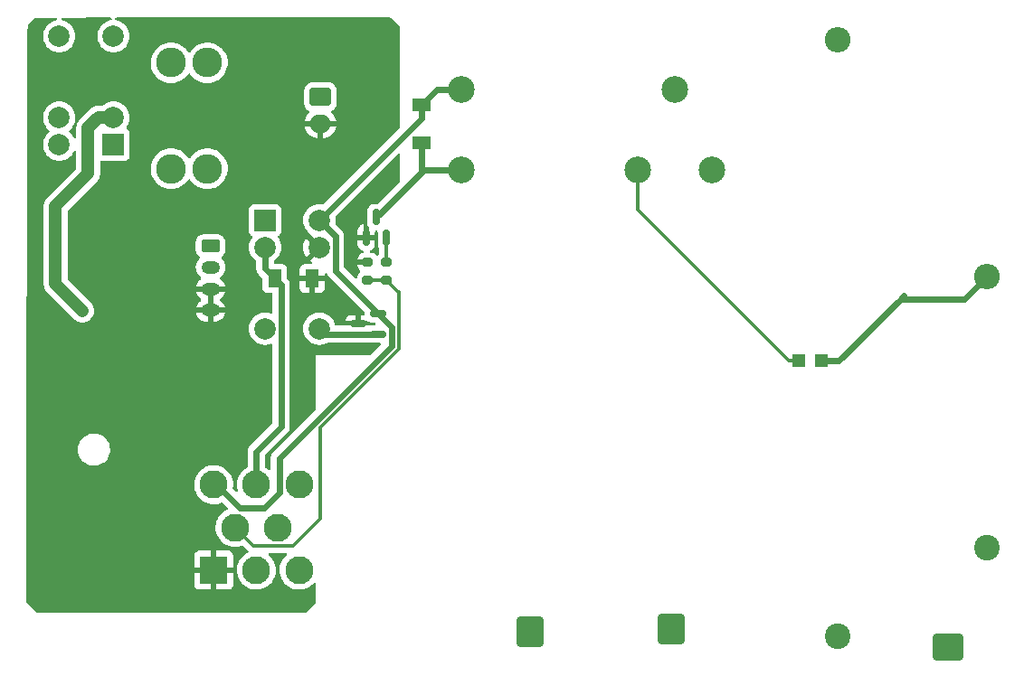
<source format=gbr>
%TF.GenerationSoftware,KiCad,Pcbnew,(6.0.7)*%
%TF.CreationDate,2022-11-04T12:53:21-04:00*%
%TF.ProjectId,pacman_side_2,7061636d-616e-45f7-9369-64655f322e6b,rev?*%
%TF.SameCoordinates,Original*%
%TF.FileFunction,Copper,L2,Bot*%
%TF.FilePolarity,Positive*%
%FSLAX46Y46*%
G04 Gerber Fmt 4.6, Leading zero omitted, Abs format (unit mm)*
G04 Created by KiCad (PCBNEW (6.0.7)) date 2022-11-04 12:53:21*
%MOMM*%
%LPD*%
G01*
G04 APERTURE LIST*
G04 Aperture macros list*
%AMRoundRect*
0 Rectangle with rounded corners*
0 $1 Rounding radius*
0 $2 $3 $4 $5 $6 $7 $8 $9 X,Y pos of 4 corners*
0 Add a 4 corners polygon primitive as box body*
4,1,4,$2,$3,$4,$5,$6,$7,$8,$9,$2,$3,0*
0 Add four circle primitives for the rounded corners*
1,1,$1+$1,$2,$3*
1,1,$1+$1,$4,$5*
1,1,$1+$1,$6,$7*
1,1,$1+$1,$8,$9*
0 Add four rect primitives between the rounded corners*
20,1,$1+$1,$2,$3,$4,$5,0*
20,1,$1+$1,$4,$5,$6,$7,0*
20,1,$1+$1,$6,$7,$8,$9,0*
20,1,$1+$1,$8,$9,$2,$3,0*%
G04 Aperture macros list end*
%TA.AperFunction,ComponentPad*%
%ADD10RoundRect,0.250000X-0.625000X0.350000X-0.625000X-0.350000X0.625000X-0.350000X0.625000X0.350000X0*%
%TD*%
%TA.AperFunction,ComponentPad*%
%ADD11O,1.750000X1.200000*%
%TD*%
%TA.AperFunction,ComponentPad*%
%ADD12R,2.000000X2.000000*%
%TD*%
%TA.AperFunction,ComponentPad*%
%ADD13C,2.000000*%
%TD*%
%TA.AperFunction,ComponentPad*%
%ADD14C,2.500000*%
%TD*%
%TA.AperFunction,ComponentPad*%
%ADD15C,2.780000*%
%TD*%
%TA.AperFunction,ComponentPad*%
%ADD16RoundRect,0.250000X1.150000X-0.980000X1.150000X0.980000X-1.150000X0.980000X-1.150000X-0.980000X0*%
%TD*%
%TA.AperFunction,ComponentPad*%
%ADD17RoundRect,0.250000X-0.750000X0.600000X-0.750000X-0.600000X0.750000X-0.600000X0.750000X0.600000X0*%
%TD*%
%TA.AperFunction,ComponentPad*%
%ADD18O,2.000000X1.700000*%
%TD*%
%TA.AperFunction,ComponentPad*%
%ADD19C,2.400000*%
%TD*%
%TA.AperFunction,ComponentPad*%
%ADD20O,2.400000X2.400000*%
%TD*%
%TA.AperFunction,ComponentPad*%
%ADD21RoundRect,0.250000X0.980000X1.150000X-0.980000X1.150000X-0.980000X-1.150000X0.980000X-1.150000X0*%
%TD*%
%TA.AperFunction,ComponentPad*%
%ADD22R,2.625000X2.625000*%
%TD*%
%TA.AperFunction,ComponentPad*%
%ADD23C,2.625000*%
%TD*%
%TA.AperFunction,SMDPad,CuDef*%
%ADD24RoundRect,0.150000X0.150000X-0.587500X0.150000X0.587500X-0.150000X0.587500X-0.150000X-0.587500X0*%
%TD*%
%TA.AperFunction,SMDPad,CuDef*%
%ADD25R,1.700000X1.300000*%
%TD*%
%TA.AperFunction,SMDPad,CuDef*%
%ADD26R,1.200000X1.200000*%
%TD*%
%TA.AperFunction,SMDPad,CuDef*%
%ADD27RoundRect,0.200000X-0.275000X0.200000X-0.275000X-0.200000X0.275000X-0.200000X0.275000X0.200000X0*%
%TD*%
%TA.AperFunction,SMDPad,CuDef*%
%ADD28R,1.300000X1.700000*%
%TD*%
%TA.AperFunction,SMDPad,CuDef*%
%ADD29RoundRect,0.150000X0.587500X0.150000X-0.587500X0.150000X-0.587500X-0.150000X0.587500X-0.150000X0*%
%TD*%
%TA.AperFunction,ViaPad*%
%ADD30C,0.800000*%
%TD*%
%TA.AperFunction,Conductor*%
%ADD31C,0.360000*%
%TD*%
%TA.AperFunction,Conductor*%
%ADD32C,0.600000*%
%TD*%
%TA.AperFunction,Conductor*%
%ADD33C,1.200000*%
%TD*%
G04 APERTURE END LIST*
D10*
%TO.P,J9,1,Pin_1*%
%TO.N,/AIR_B-*%
X107061000Y-84773000D03*
D11*
%TO.P,J9,2,Pin_2*%
%TO.N,/AIR_B+*%
X107061000Y-86773000D03*
%TO.P,J9,3,Pin_3*%
%TO.N,GND*%
X107061000Y-88773000D03*
%TO.P,J9,4,Pin_4*%
X107061000Y-90773000D03*
%TD*%
D12*
%TO.P,K3,1*%
%TO.N,unconnected-(K3-Pad1)*%
X97972500Y-75268500D03*
D13*
%TO.P,K3,2*%
%TO.N,+12V*%
X97972500Y-72728500D03*
%TO.P,K3,5*%
X97972500Y-65108500D03*
%TO.P,K3,6*%
X92892500Y-65108500D03*
%TO.P,K3,9*%
%TO.N,/BMS_FAN*%
X92892500Y-72728500D03*
%TO.P,K3,10*%
%TO.N,/FAN_OUT*%
X92892500Y-75268500D03*
%TD*%
D14*
%TO.P,K1,1*%
%TO.N,/INT-*%
X147000000Y-77621000D03*
%TO.P,K1,2*%
%TO.N,/AIR_B-*%
X130500000Y-70121000D03*
%TO.P,K1,5*%
%TO.N,Net-(K1-Pad5)*%
X150500000Y-70121000D03*
%TO.P,K1,9*%
%TO.N,Net-(D3-Pad2)*%
X130500000Y-77621000D03*
%TO.P,K1,10*%
%TO.N,/B+*%
X154000000Y-77621000D03*
%TD*%
D15*
%TO.P,F3,1*%
%TO.N,/FAN_OUT*%
X106765000Y-77521000D03*
X103365000Y-77521000D03*
%TO.P,F3,2*%
%TO.N,Net-(F3-Pad2)*%
X103365000Y-67601000D03*
X106765000Y-67601000D03*
%TD*%
D16*
%TO.P,J3,1,Pin_1*%
%TO.N,/INT+*%
X176065000Y-122311000D03*
%TD*%
D17*
%TO.P,J6,1,Pin_1*%
%TO.N,Net-(F3-Pad2)*%
X117340000Y-70811000D03*
D18*
%TO.P,J6,2,Pin_2*%
%TO.N,GND*%
X117340000Y-73311000D03*
%TD*%
D19*
%TO.P,R3,1*%
%TO.N,/INT+*%
X165735000Y-121285000D03*
D20*
%TO.P,R3,2*%
%TO.N,Net-(K1-Pad5)*%
X165735000Y-65405000D03*
%TD*%
D21*
%TO.P,J4,1,Pin_1*%
%TO.N,/B+*%
X150211000Y-120655000D03*
%TD*%
%TO.P,J5,1,Pin_1*%
%TO.N,/INT-*%
X137003000Y-120909000D03*
%TD*%
D12*
%TO.P,K2,1*%
%TO.N,unconnected-(K2-Pad1)*%
X112157500Y-82353500D03*
D13*
%TO.P,K2,2*%
%TO.N,/MAIN_CONT*%
X112157500Y-84893500D03*
%TO.P,K2,5*%
%TO.N,/AIR_B+*%
X112157500Y-92513500D03*
%TO.P,K2,6*%
X117237500Y-92513500D03*
%TO.P,K2,9*%
%TO.N,GND*%
X117237500Y-84893500D03*
%TO.P,K2,10*%
%TO.N,/AIR_B-*%
X117237500Y-82353500D03*
%TD*%
D22*
%TO.P,J1,1,Pin_1*%
%TO.N,GND*%
X107349000Y-115130000D03*
D23*
%TO.P,J1,2,Pin_2*%
%TO.N,/BMS_FAN*%
X111349000Y-115130000D03*
%TO.P,J1,3,Pin_3*%
%TO.N,+12V*%
X115349000Y-115130000D03*
%TO.P,J1,4,Pin_4*%
%TO.N,/PRECHARGE*%
X109349000Y-111130000D03*
%TO.P,J1,5,Pin_5*%
%TO.N,unconnected-(J1-Pad5)*%
X113349000Y-111130000D03*
%TO.P,J1,6,Pin_6*%
%TO.N,/AIR_B-*%
X107349000Y-107130000D03*
%TO.P,J1,7,Pin_7*%
%TO.N,/MAIN_CONT*%
X111349000Y-107130000D03*
%TO.P,J1,8,Pin_8*%
%TO.N,unconnected-(J1-Pad8)*%
X115349000Y-107130000D03*
%TD*%
D24*
%TO.P,Q2,1,B*%
%TO.N,Net-(Q2-Pad1)*%
X123515000Y-83956310D03*
%TO.P,Q2,2,E*%
%TO.N,GND*%
X121615000Y-83956310D03*
%TO.P,Q2,3,C*%
%TO.N,Net-(D3-Pad2)*%
X122565000Y-82081310D03*
%TD*%
D25*
%TO.P,D3,1,K*%
%TO.N,/AIR_B-*%
X126815000Y-71561000D03*
%TO.P,D3,2,A*%
%TO.N,Net-(D3-Pad2)*%
X126815000Y-75061000D03*
%TD*%
D26*
%TO.P,D1,1,K*%
%TO.N,/INT-*%
X162115000Y-95509000D03*
%TO.P,D1,2,A*%
%TO.N,Net-(D1-Pad2)*%
X164215000Y-95509000D03*
%TD*%
D27*
%TO.P,R5,1*%
%TO.N,Net-(Q2-Pad1)*%
X123513000Y-86302000D03*
%TO.P,R5,2*%
%TO.N,/PRECHARGE*%
X123513000Y-87952000D03*
%TD*%
D28*
%TO.P,D4,1,K*%
%TO.N,/MAIN_CONT*%
X113065000Y-87811000D03*
%TO.P,D4,2,A*%
%TO.N,GND*%
X116565000Y-87811000D03*
%TD*%
D29*
%TO.P,D5,1,K*%
%TO.N,/AIR_B-*%
X122752500Y-91111000D03*
%TO.P,D5,2,K*%
%TO.N,/AIR_B+*%
X122752500Y-93011000D03*
%TO.P,D5,3,A*%
%TO.N,GND*%
X120877500Y-92061000D03*
%TD*%
D19*
%TO.P,R1,1*%
%TO.N,/INT+*%
X179705000Y-113030000D03*
D20*
%TO.P,R1,2*%
%TO.N,Net-(D1-Pad2)*%
X179705000Y-87630000D03*
%TD*%
D27*
%TO.P,R6,1*%
%TO.N,GND*%
X121763000Y-86302000D03*
%TO.P,R6,2*%
%TO.N,/PRECHARGE*%
X121763000Y-87952000D03*
%TD*%
D30*
%TO.N,GND*%
X123795000Y-78237000D03*
X119985000Y-82301000D03*
X121509000Y-80523000D03*
%TD*%
D31*
%TO.N,/INT-*%
X161856000Y-95250000D02*
X162115000Y-95509000D01*
X162115000Y-95509000D02*
X161155000Y-95509000D01*
X161155000Y-95509000D02*
X147000000Y-81354000D01*
X147000000Y-81354000D02*
X147000000Y-77621000D01*
D32*
%TO.N,Net-(D1-Pad2)*%
X177609500Y-89725500D02*
X179705000Y-87630000D01*
X171640500Y-89725500D02*
X165857000Y-95509000D01*
X165857000Y-95509000D02*
X164215000Y-95509000D01*
X171958000Y-89408000D02*
X171640500Y-89725500D01*
X171640500Y-89725500D02*
X177609500Y-89725500D01*
%TO.N,Net-(D3-Pad2)*%
X127025310Y-77621000D02*
X130500000Y-77621000D01*
X122565000Y-82081310D02*
X127025310Y-77621000D01*
X126815000Y-77831310D02*
X126815000Y-75061000D01*
X122565000Y-82081310D02*
X126815000Y-77831310D01*
%TO.N,/MAIN_CONT*%
X113657011Y-88403011D02*
X113657011Y-101718989D01*
X112157500Y-86903500D02*
X113065000Y-87811000D01*
X111315000Y-104061000D02*
X111315000Y-107061000D01*
X113657011Y-101718989D02*
X111315000Y-104061000D01*
X113065000Y-87811000D02*
X113657011Y-88403011D01*
X112157500Y-84893500D02*
X112157500Y-86903500D01*
%TO.N,/AIR_B+*%
X117735000Y-93011000D02*
X122752500Y-93011000D01*
X117237500Y-92513500D02*
X117735000Y-93011000D01*
D33*
%TO.N,+12V*%
X92553000Y-88324000D02*
X95040000Y-90811000D01*
X96558287Y-72728500D02*
X95601000Y-73685787D01*
X95601000Y-73685787D02*
X95601000Y-77983000D01*
X97972500Y-72728500D02*
X96558287Y-72728500D01*
X95601000Y-77983000D02*
X92553000Y-81031000D01*
X92553000Y-81031000D02*
X92553000Y-88324000D01*
D31*
%TO.N,/PRECHARGE*%
X124669040Y-94417946D02*
X117315000Y-101771986D01*
X123513000Y-87952000D02*
X121763000Y-87952000D01*
X123513000Y-87952000D02*
X124642960Y-89081960D01*
X117315000Y-101771986D02*
X117315000Y-110311000D01*
X124669040Y-89081960D02*
X124669040Y-94417946D01*
X111076011Y-112822011D02*
X109315000Y-111061000D01*
X114803989Y-112822011D02*
X111076011Y-112822011D01*
X117315000Y-110311000D02*
X114803989Y-112822011D01*
X124642960Y-89081960D02*
X124669040Y-89081960D01*
D32*
%TO.N,/AIR_B-*%
X118737011Y-83853011D02*
X117237500Y-82353500D01*
X113502989Y-104623011D02*
X113502989Y-107873011D01*
X128255000Y-70121000D02*
X126815000Y-71561000D01*
X113502989Y-107873011D02*
X112065000Y-109311000D01*
X122752500Y-91111000D02*
X123989520Y-92348020D01*
X112065000Y-109311000D02*
X109815000Y-109311000D01*
X123989520Y-92348020D02*
X123989520Y-94136480D01*
X109815000Y-109311000D02*
X107565000Y-107061000D01*
X107565000Y-107061000D02*
X107315000Y-107061000D01*
X126815000Y-71561000D02*
X126815000Y-72776000D01*
X122752500Y-91111000D02*
X118737011Y-87095511D01*
X118737011Y-87095511D02*
X118737011Y-83853011D01*
X130500000Y-70121000D02*
X128255000Y-70121000D01*
X126815000Y-72776000D02*
X117237500Y-82353500D01*
X123989520Y-94136480D02*
X113502989Y-104623011D01*
D31*
%TO.N,Net-(Q2-Pad1)*%
X123515000Y-86300000D02*
X123513000Y-86302000D01*
X123515000Y-83956310D02*
X123515000Y-86300000D01*
%TD*%
%TA.AperFunction,Conductor*%
%TO.N,GND*%
G36*
X123929528Y-63373622D02*
G01*
X123950566Y-63390566D01*
X124774095Y-64214095D01*
X124808121Y-64276407D01*
X124811000Y-64303190D01*
X124811000Y-73584419D01*
X124790998Y-73652540D01*
X124774096Y-73673513D01*
X121194792Y-77252816D01*
X117616385Y-80831223D01*
X117554073Y-80865249D01*
X117497874Y-80864646D01*
X117474211Y-80858965D01*
X117237500Y-80840335D01*
X117000789Y-80858965D01*
X116995982Y-80860119D01*
X116995976Y-80860120D01*
X116876925Y-80888702D01*
X116769906Y-80914395D01*
X116765335Y-80916288D01*
X116765333Y-80916289D01*
X116555111Y-81003365D01*
X116555107Y-81003367D01*
X116550537Y-81005260D01*
X116546317Y-81007846D01*
X116352298Y-81126741D01*
X116352292Y-81126745D01*
X116348084Y-81129324D01*
X116167531Y-81283531D01*
X116013324Y-81464084D01*
X116010745Y-81468292D01*
X116010741Y-81468298D01*
X115965365Y-81542345D01*
X115889260Y-81666537D01*
X115798395Y-81885906D01*
X115797240Y-81890718D01*
X115744121Y-82111974D01*
X115742965Y-82116789D01*
X115724335Y-82353500D01*
X115742965Y-82590211D01*
X115744119Y-82595018D01*
X115744120Y-82595024D01*
X115772934Y-82715043D01*
X115798395Y-82821094D01*
X115800288Y-82825665D01*
X115800289Y-82825667D01*
X115854438Y-82956394D01*
X115889260Y-83040463D01*
X115891846Y-83044683D01*
X116010741Y-83238702D01*
X116010745Y-83238708D01*
X116013324Y-83242916D01*
X116167531Y-83423469D01*
X116171287Y-83426677D01*
X116171292Y-83426682D01*
X116324116Y-83557206D01*
X116362926Y-83616656D01*
X116365140Y-83651058D01*
X116373377Y-83670167D01*
X117507615Y-84804405D01*
X117541641Y-84866717D01*
X117536576Y-84937532D01*
X117507615Y-84982595D01*
X116376420Y-86113790D01*
X116369660Y-86126170D01*
X116375386Y-86133819D01*
X116515315Y-86219569D01*
X116562946Y-86272217D01*
X116574552Y-86342258D01*
X116546448Y-86407456D01*
X116487558Y-86447109D01*
X116449479Y-86453001D01*
X115870331Y-86453001D01*
X115863510Y-86453371D01*
X115812648Y-86458895D01*
X115797396Y-86462521D01*
X115676946Y-86507676D01*
X115661351Y-86516214D01*
X115559276Y-86592715D01*
X115546715Y-86605276D01*
X115470214Y-86707351D01*
X115461676Y-86722946D01*
X115416522Y-86843394D01*
X115412895Y-86858649D01*
X115407369Y-86909514D01*
X115407000Y-86916328D01*
X115407000Y-87538885D01*
X115411475Y-87554124D01*
X115412865Y-87555329D01*
X115420548Y-87557000D01*
X117704884Y-87557000D01*
X117720123Y-87552525D01*
X117721328Y-87551135D01*
X117722999Y-87543452D01*
X117722999Y-87400253D01*
X117743001Y-87332132D01*
X117796657Y-87285639D01*
X117866931Y-87275535D01*
X117931511Y-87305029D01*
X117965239Y-87355324D01*
X117965892Y-87355020D01*
X117965892Y-87355021D01*
X117984219Y-87394324D01*
X117989001Y-87406100D01*
X118003266Y-87447063D01*
X118007000Y-87453038D01*
X118007001Y-87453041D01*
X118021038Y-87475506D01*
X118028377Y-87489023D01*
X118039570Y-87513025D01*
X118042549Y-87519413D01*
X118046866Y-87524978D01*
X118046867Y-87524980D01*
X118069117Y-87553664D01*
X118076413Y-87564123D01*
X118099385Y-87600887D01*
X118104345Y-87605882D01*
X118104346Y-87605883D01*
X118127987Y-87629690D01*
X118128572Y-87630315D01*
X118129089Y-87630981D01*
X118155079Y-87656971D01*
X118227196Y-87729593D01*
X118228233Y-87730251D01*
X118229462Y-87731354D01*
X121469595Y-90971487D01*
X121503621Y-91033799D01*
X121506500Y-91060582D01*
X121506500Y-91127000D01*
X121486498Y-91195121D01*
X121432842Y-91241614D01*
X121380500Y-91253000D01*
X121149615Y-91253000D01*
X121134376Y-91257475D01*
X121133171Y-91258865D01*
X121131500Y-91266548D01*
X121131500Y-91788885D01*
X121135975Y-91804124D01*
X121137365Y-91805329D01*
X121145048Y-91807000D01*
X121760158Y-91807000D01*
X121824297Y-91824547D01*
X121841120Y-91834496D01*
X121901399Y-91870145D01*
X121909010Y-91872356D01*
X121909012Y-91872357D01*
X121961231Y-91887528D01*
X122061169Y-91916562D01*
X122067574Y-91917066D01*
X122067579Y-91917067D01*
X122096042Y-91919307D01*
X122096050Y-91919307D01*
X122098498Y-91919500D01*
X122365418Y-91919500D01*
X122433539Y-91939502D01*
X122454513Y-91956405D01*
X122485513Y-91987405D01*
X122519539Y-92049717D01*
X122514474Y-92120532D01*
X122471927Y-92177368D01*
X122405407Y-92202179D01*
X122396418Y-92202500D01*
X118813531Y-92202500D01*
X118745410Y-92182498D01*
X118698917Y-92128842D01*
X118691013Y-92105915D01*
X118677763Y-92050727D01*
X118677760Y-92050718D01*
X118676605Y-92045906D01*
X118639533Y-91956405D01*
X118587635Y-91831111D01*
X118587633Y-91831107D01*
X118585740Y-91826537D01*
X118570174Y-91801135D01*
X118563108Y-91789605D01*
X119640061Y-91789605D01*
X119640101Y-91803706D01*
X119647370Y-91807000D01*
X120605385Y-91807000D01*
X120620624Y-91802525D01*
X120621829Y-91801135D01*
X120623500Y-91793452D01*
X120623500Y-91271116D01*
X120619025Y-91255877D01*
X120617635Y-91254672D01*
X120609952Y-91253001D01*
X120226017Y-91253001D01*
X120221080Y-91253195D01*
X120192664Y-91255430D01*
X120180069Y-91257730D01*
X120034210Y-91300107D01*
X120019779Y-91306352D01*
X119890322Y-91382911D01*
X119877896Y-91392551D01*
X119771551Y-91498896D01*
X119761911Y-91511322D01*
X119685352Y-91640779D01*
X119679107Y-91655210D01*
X119640061Y-91789605D01*
X118563108Y-91789605D01*
X118464259Y-91628298D01*
X118464255Y-91628292D01*
X118461676Y-91624084D01*
X118307469Y-91443531D01*
X118126916Y-91289324D01*
X118122708Y-91286745D01*
X118122702Y-91286741D01*
X117928683Y-91167846D01*
X117924463Y-91165260D01*
X117919893Y-91163367D01*
X117919889Y-91163365D01*
X117709667Y-91076289D01*
X117709665Y-91076288D01*
X117705094Y-91074395D01*
X117624891Y-91055140D01*
X117479024Y-91020120D01*
X117479018Y-91020119D01*
X117474211Y-91018965D01*
X117237500Y-91000335D01*
X117000789Y-91018965D01*
X116995982Y-91020119D01*
X116995976Y-91020120D01*
X116850109Y-91055140D01*
X116769906Y-91074395D01*
X116765335Y-91076288D01*
X116765333Y-91076289D01*
X116555111Y-91163365D01*
X116555107Y-91163367D01*
X116550537Y-91165260D01*
X116546317Y-91167846D01*
X116352298Y-91286741D01*
X116352292Y-91286745D01*
X116348084Y-91289324D01*
X116167531Y-91443531D01*
X116013324Y-91624084D01*
X116010745Y-91628292D01*
X116010741Y-91628298D01*
X115904826Y-91801135D01*
X115889260Y-91826537D01*
X115887367Y-91831107D01*
X115887365Y-91831111D01*
X115835467Y-91956405D01*
X115798395Y-92045906D01*
X115742965Y-92276789D01*
X115724335Y-92513500D01*
X115742965Y-92750211D01*
X115798395Y-92981094D01*
X115889260Y-93200463D01*
X115891846Y-93204683D01*
X116010741Y-93398702D01*
X116010745Y-93398708D01*
X116013324Y-93402916D01*
X116167531Y-93583469D01*
X116348084Y-93737676D01*
X116352292Y-93740255D01*
X116352298Y-93740259D01*
X116481608Y-93819500D01*
X116550537Y-93861740D01*
X116555107Y-93863633D01*
X116555111Y-93863635D01*
X116720706Y-93932226D01*
X116769906Y-93952605D01*
X116815004Y-93963432D01*
X116995976Y-94006880D01*
X116995982Y-94006881D01*
X117000789Y-94008035D01*
X117237500Y-94026665D01*
X117474211Y-94008035D01*
X117479018Y-94006881D01*
X117479024Y-94006880D01*
X117659996Y-93963432D01*
X117705094Y-93952605D01*
X117754294Y-93932226D01*
X117919891Y-93863634D01*
X117919893Y-93863633D01*
X117924463Y-93861740D01*
X117963095Y-93838066D01*
X118028927Y-93819500D01*
X122858919Y-93819500D01*
X122927040Y-93839502D01*
X122973533Y-93893158D01*
X122983637Y-93963432D01*
X122954143Y-94028012D01*
X122948014Y-94034595D01*
X122018514Y-94964095D01*
X121956202Y-94998121D01*
X121929419Y-95001000D01*
X116937000Y-95001000D01*
X116937000Y-99993418D01*
X116916998Y-100061539D01*
X116900095Y-100082513D01*
X112937831Y-104044777D01*
X112936894Y-104045705D01*
X112872482Y-104108782D01*
X112848991Y-104145232D01*
X112841572Y-104155557D01*
X112814513Y-104189454D01*
X112811448Y-104195795D01*
X112811447Y-104195796D01*
X112799917Y-104219648D01*
X112792388Y-104233065D01*
X112774224Y-104261249D01*
X112771816Y-104267866D01*
X112771813Y-104267871D01*
X112759397Y-104301984D01*
X112754436Y-104313727D01*
X112738635Y-104346414D01*
X112738633Y-104346419D01*
X112735568Y-104352760D01*
X112733985Y-104359618D01*
X112733984Y-104359620D01*
X112728024Y-104385437D01*
X112723657Y-104400180D01*
X112712186Y-104431696D01*
X112711303Y-104438686D01*
X112711301Y-104438694D01*
X112706751Y-104474712D01*
X112704515Y-104487264D01*
X112694765Y-104529496D01*
X112694740Y-104536542D01*
X112694740Y-104536545D01*
X112694623Y-104570067D01*
X112694594Y-104570949D01*
X112694489Y-104571780D01*
X112694489Y-104608583D01*
X112694132Y-104710881D01*
X112694400Y-104712081D01*
X112694489Y-104713718D01*
X112694489Y-105606255D01*
X112674487Y-105674376D01*
X112620831Y-105720869D01*
X112550557Y-105730973D01*
X112496670Y-105709783D01*
X112279657Y-105559236D01*
X112279650Y-105559232D01*
X112275819Y-105556574D01*
X112271637Y-105554511D01*
X112271629Y-105554507D01*
X112193772Y-105516113D01*
X112141523Y-105468045D01*
X112123500Y-105403107D01*
X112123500Y-104448082D01*
X112143502Y-104379961D01*
X112160405Y-104358987D01*
X114222074Y-102297317D01*
X114223011Y-102296388D01*
X114282486Y-102238146D01*
X114282487Y-102238145D01*
X114287518Y-102233218D01*
X114291333Y-102227299D01*
X114291339Y-102227291D01*
X114311005Y-102196775D01*
X114318438Y-102186430D01*
X114345487Y-102152546D01*
X114360084Y-102122351D01*
X114367613Y-102108934D01*
X114381959Y-102086673D01*
X114385776Y-102080751D01*
X114388184Y-102074134D01*
X114388187Y-102074129D01*
X114400603Y-102040016D01*
X114405564Y-102028273D01*
X114421364Y-101995589D01*
X114421367Y-101995580D01*
X114424432Y-101989240D01*
X114431977Y-101956561D01*
X114436345Y-101941814D01*
X114447814Y-101910304D01*
X114448696Y-101903319D01*
X114448698Y-101903312D01*
X114453248Y-101867297D01*
X114455483Y-101854746D01*
X114463651Y-101819367D01*
X114465236Y-101812504D01*
X114465378Y-101771915D01*
X114465407Y-101771046D01*
X114465511Y-101770220D01*
X114465511Y-101733703D01*
X114465869Y-101631119D01*
X114465600Y-101629916D01*
X114465511Y-101628272D01*
X114465511Y-88705669D01*
X115407001Y-88705669D01*
X115407371Y-88712490D01*
X115412895Y-88763352D01*
X115416521Y-88778604D01*
X115461676Y-88899054D01*
X115470214Y-88914649D01*
X115546715Y-89016724D01*
X115559276Y-89029285D01*
X115661351Y-89105786D01*
X115676946Y-89114324D01*
X115797394Y-89159478D01*
X115812649Y-89163105D01*
X115863514Y-89168631D01*
X115870328Y-89169000D01*
X116292885Y-89169000D01*
X116308124Y-89164525D01*
X116309329Y-89163135D01*
X116311000Y-89155452D01*
X116311000Y-89150884D01*
X116819000Y-89150884D01*
X116823475Y-89166123D01*
X116824865Y-89167328D01*
X116832548Y-89168999D01*
X117259669Y-89168999D01*
X117266490Y-89168629D01*
X117317352Y-89163105D01*
X117332604Y-89159479D01*
X117453054Y-89114324D01*
X117468649Y-89105786D01*
X117570724Y-89029285D01*
X117583285Y-89016724D01*
X117659786Y-88914649D01*
X117668324Y-88899054D01*
X117713478Y-88778606D01*
X117717105Y-88763351D01*
X117722631Y-88712486D01*
X117723000Y-88705672D01*
X117723000Y-88083115D01*
X117718525Y-88067876D01*
X117717135Y-88066671D01*
X117709452Y-88065000D01*
X116837115Y-88065000D01*
X116821876Y-88069475D01*
X116820671Y-88070865D01*
X116819000Y-88078548D01*
X116819000Y-89150884D01*
X116311000Y-89150884D01*
X116311000Y-88083115D01*
X116306525Y-88067876D01*
X116305135Y-88066671D01*
X116297452Y-88065000D01*
X115425116Y-88065000D01*
X115409877Y-88069475D01*
X115408672Y-88070865D01*
X115407001Y-88078548D01*
X115407001Y-88705669D01*
X114465511Y-88705669D01*
X114465511Y-88412225D01*
X114465518Y-88410905D01*
X114465749Y-88388819D01*
X114466462Y-88320790D01*
X114457300Y-88278414D01*
X114455241Y-88265843D01*
X114451193Y-88229755D01*
X114450408Y-88222756D01*
X114439378Y-88191081D01*
X114435215Y-88176269D01*
X114429620Y-88150392D01*
X114428130Y-88143501D01*
X114409803Y-88104198D01*
X114405021Y-88092422D01*
X114390756Y-88051459D01*
X114383749Y-88040245D01*
X114372984Y-88023016D01*
X114365645Y-88009499D01*
X114354452Y-87985497D01*
X114354451Y-87985496D01*
X114351473Y-87979109D01*
X114338058Y-87961814D01*
X114324905Y-87944858D01*
X114317609Y-87934399D01*
X114298369Y-87903607D01*
X114298367Y-87903604D01*
X114294637Y-87897635D01*
X114289676Y-87892639D01*
X114266035Y-87868832D01*
X114265450Y-87868207D01*
X114264933Y-87867541D01*
X114260405Y-87863013D01*
X114260074Y-87862407D01*
X114259536Y-87861797D01*
X114259674Y-87861675D01*
X114226379Y-87800701D01*
X114223500Y-87773918D01*
X114223500Y-86912866D01*
X114216745Y-86850684D01*
X114165615Y-86714295D01*
X114078261Y-86597739D01*
X113961705Y-86510385D01*
X113825316Y-86459255D01*
X113763134Y-86452500D01*
X113092000Y-86452500D01*
X113023879Y-86432498D01*
X112977386Y-86378842D01*
X112966000Y-86326500D01*
X112966000Y-86237824D01*
X112986002Y-86169703D01*
X113026164Y-86130393D01*
X113046916Y-86117676D01*
X113125832Y-86050275D01*
X113223713Y-85966677D01*
X113227469Y-85963469D01*
X113381676Y-85782916D01*
X113384255Y-85778708D01*
X113384259Y-85778702D01*
X113503154Y-85584683D01*
X113505740Y-85580463D01*
X113507729Y-85575663D01*
X113594711Y-85365667D01*
X113594712Y-85365665D01*
X113596605Y-85361094D01*
X113623260Y-85250068D01*
X113650880Y-85135024D01*
X113650881Y-85135018D01*
X113652035Y-85130211D01*
X113670277Y-84898430D01*
X115725225Y-84898430D01*
X115743072Y-85125199D01*
X115744615Y-85134946D01*
X115797717Y-85356127D01*
X115800766Y-85365512D01*
X115887813Y-85575663D01*
X115892295Y-85584458D01*
X115994932Y-85751945D01*
X116005390Y-85761407D01*
X116014166Y-85757624D01*
X116865478Y-84906312D01*
X116873092Y-84892368D01*
X116872961Y-84890535D01*
X116868710Y-84883920D01*
X116017210Y-84032420D01*
X116004830Y-84025660D01*
X115997180Y-84031387D01*
X115892295Y-84202542D01*
X115887813Y-84211337D01*
X115800766Y-84421488D01*
X115797717Y-84430873D01*
X115744615Y-84652054D01*
X115743072Y-84661801D01*
X115725225Y-84888570D01*
X115725225Y-84898430D01*
X113670277Y-84898430D01*
X113670665Y-84893500D01*
X113652035Y-84656789D01*
X113648280Y-84641146D01*
X113597760Y-84430718D01*
X113596605Y-84425906D01*
X113574525Y-84372600D01*
X113507635Y-84211111D01*
X113507633Y-84211107D01*
X113505740Y-84206537D01*
X113494321Y-84187903D01*
X113384259Y-84008298D01*
X113384255Y-84008292D01*
X113381676Y-84004084D01*
X113378460Y-84000318D01*
X113372329Y-83993139D01*
X113343298Y-83928349D01*
X113353903Y-83858149D01*
X113400027Y-83805681D01*
X113404205Y-83804115D01*
X113520761Y-83716761D01*
X113608115Y-83600205D01*
X113659245Y-83463816D01*
X113666000Y-83401634D01*
X113666000Y-81305366D01*
X113659245Y-81243184D01*
X113608115Y-81106795D01*
X113520761Y-80990239D01*
X113404205Y-80902885D01*
X113267816Y-80851755D01*
X113205634Y-80845000D01*
X111109366Y-80845000D01*
X111047184Y-80851755D01*
X110910795Y-80902885D01*
X110794239Y-80990239D01*
X110706885Y-81106795D01*
X110655755Y-81243184D01*
X110649000Y-81305366D01*
X110649000Y-83401634D01*
X110655755Y-83463816D01*
X110706885Y-83600205D01*
X110794239Y-83716761D01*
X110910376Y-83803801D01*
X110910795Y-83804115D01*
X110910750Y-83804175D01*
X110957518Y-83851052D01*
X110972528Y-83920444D01*
X110947640Y-83986935D01*
X110942671Y-83993139D01*
X110936540Y-84000318D01*
X110933324Y-84004084D01*
X110930745Y-84008292D01*
X110930741Y-84008298D01*
X110820679Y-84187903D01*
X110809260Y-84206537D01*
X110807367Y-84211107D01*
X110807365Y-84211111D01*
X110740475Y-84372600D01*
X110718395Y-84425906D01*
X110717240Y-84430718D01*
X110666721Y-84641146D01*
X110662965Y-84656789D01*
X110644335Y-84893500D01*
X110662965Y-85130211D01*
X110664119Y-85135018D01*
X110664120Y-85135024D01*
X110691740Y-85250068D01*
X110718395Y-85361094D01*
X110720288Y-85365665D01*
X110720289Y-85365667D01*
X110807272Y-85575663D01*
X110809260Y-85580463D01*
X110811846Y-85584683D01*
X110930741Y-85778702D01*
X110930745Y-85778708D01*
X110933324Y-85782916D01*
X111087531Y-85963469D01*
X111091287Y-85966677D01*
X111189168Y-86050275D01*
X111268084Y-86117676D01*
X111288836Y-86130393D01*
X111336466Y-86183038D01*
X111349000Y-86237824D01*
X111349000Y-86894264D01*
X111348993Y-86895584D01*
X111348049Y-86985721D01*
X111357211Y-87028097D01*
X111359269Y-87040663D01*
X111364103Y-87083755D01*
X111366419Y-87090406D01*
X111366420Y-87090410D01*
X111375133Y-87115430D01*
X111379296Y-87130242D01*
X111386381Y-87163010D01*
X111404708Y-87202313D01*
X111409490Y-87214089D01*
X111423755Y-87255052D01*
X111427489Y-87261027D01*
X111427490Y-87261030D01*
X111441527Y-87283495D01*
X111448866Y-87297012D01*
X111460059Y-87321014D01*
X111463038Y-87327402D01*
X111467355Y-87332967D01*
X111467356Y-87332969D01*
X111489606Y-87361653D01*
X111496902Y-87372112D01*
X111510771Y-87394307D01*
X111519874Y-87408876D01*
X111524834Y-87413871D01*
X111524835Y-87413872D01*
X111548476Y-87437679D01*
X111549061Y-87438304D01*
X111549578Y-87438970D01*
X111575568Y-87464960D01*
X111647685Y-87537582D01*
X111648722Y-87538240D01*
X111649951Y-87539343D01*
X111869595Y-87758987D01*
X111903621Y-87821299D01*
X111906500Y-87848082D01*
X111906500Y-88709134D01*
X111913255Y-88771316D01*
X111964385Y-88907705D01*
X112051739Y-89024261D01*
X112168295Y-89111615D01*
X112304684Y-89162745D01*
X112366866Y-89169500D01*
X112722511Y-89169500D01*
X112790632Y-89189502D01*
X112837125Y-89243158D01*
X112848511Y-89295500D01*
X112848511Y-90978365D01*
X112828509Y-91046486D01*
X112774853Y-91092979D01*
X112704579Y-91103083D01*
X112674295Y-91094774D01*
X112625094Y-91074395D01*
X112544891Y-91055140D01*
X112399024Y-91020120D01*
X112399018Y-91020119D01*
X112394211Y-91018965D01*
X112157500Y-91000335D01*
X111920789Y-91018965D01*
X111915982Y-91020119D01*
X111915976Y-91020120D01*
X111770109Y-91055140D01*
X111689906Y-91074395D01*
X111685335Y-91076288D01*
X111685333Y-91076289D01*
X111475111Y-91163365D01*
X111475107Y-91163367D01*
X111470537Y-91165260D01*
X111466317Y-91167846D01*
X111272298Y-91286741D01*
X111272292Y-91286745D01*
X111268084Y-91289324D01*
X111087531Y-91443531D01*
X110933324Y-91624084D01*
X110930745Y-91628292D01*
X110930741Y-91628298D01*
X110824826Y-91801135D01*
X110809260Y-91826537D01*
X110807367Y-91831107D01*
X110807365Y-91831111D01*
X110755467Y-91956405D01*
X110718395Y-92045906D01*
X110662965Y-92276789D01*
X110644335Y-92513500D01*
X110662965Y-92750211D01*
X110718395Y-92981094D01*
X110809260Y-93200463D01*
X110811846Y-93204683D01*
X110930741Y-93398702D01*
X110930745Y-93398708D01*
X110933324Y-93402916D01*
X111087531Y-93583469D01*
X111268084Y-93737676D01*
X111272292Y-93740255D01*
X111272298Y-93740259D01*
X111401608Y-93819500D01*
X111470537Y-93861740D01*
X111475107Y-93863633D01*
X111475111Y-93863635D01*
X111640706Y-93932226D01*
X111689906Y-93952605D01*
X111735004Y-93963432D01*
X111915976Y-94006880D01*
X111915982Y-94006881D01*
X111920789Y-94008035D01*
X112157500Y-94026665D01*
X112394211Y-94008035D01*
X112399018Y-94006881D01*
X112399024Y-94006880D01*
X112579996Y-93963432D01*
X112625094Y-93952605D01*
X112674294Y-93932226D01*
X112744882Y-93924637D01*
X112808369Y-93956416D01*
X112844597Y-94017474D01*
X112848511Y-94048635D01*
X112848511Y-101331907D01*
X112828509Y-101400028D01*
X112811606Y-101421002D01*
X110749842Y-103482766D01*
X110748905Y-103483694D01*
X110690314Y-103541071D01*
X110684493Y-103546771D01*
X110661002Y-103583221D01*
X110653583Y-103593546D01*
X110626524Y-103627443D01*
X110623459Y-103633784D01*
X110623458Y-103633785D01*
X110611928Y-103657637D01*
X110604399Y-103671054D01*
X110586235Y-103699238D01*
X110583827Y-103705855D01*
X110583824Y-103705860D01*
X110571408Y-103739973D01*
X110566447Y-103751716D01*
X110550646Y-103784403D01*
X110550644Y-103784408D01*
X110547579Y-103790749D01*
X110545996Y-103797607D01*
X110545995Y-103797609D01*
X110540035Y-103823426D01*
X110535668Y-103838169D01*
X110524197Y-103869685D01*
X110523314Y-103876675D01*
X110523312Y-103876683D01*
X110518762Y-103912701D01*
X110516526Y-103925253D01*
X110506776Y-103967485D01*
X110506751Y-103974531D01*
X110506751Y-103974534D01*
X110506634Y-104008056D01*
X110506605Y-104008938D01*
X110506500Y-104009769D01*
X110506500Y-104046419D01*
X110506499Y-104046859D01*
X110506156Y-104145216D01*
X110506143Y-104148870D01*
X110506411Y-104150070D01*
X110506500Y-104151707D01*
X110506500Y-105436725D01*
X110486498Y-105504846D01*
X110449585Y-105542097D01*
X110241250Y-105678687D01*
X110241245Y-105678691D01*
X110237337Y-105681253D01*
X110200588Y-105714053D01*
X110068959Y-105831536D01*
X110035409Y-105861480D01*
X109862339Y-106069575D01*
X109721928Y-106300965D01*
X109720119Y-106305279D01*
X109720118Y-106305281D01*
X109702123Y-106348195D01*
X109617260Y-106550568D01*
X109550637Y-106812900D01*
X109523520Y-107082198D01*
X109536506Y-107352546D01*
X109537419Y-107357134D01*
X109588703Y-107614961D01*
X109582375Y-107685675D01*
X109538820Y-107741742D01*
X109471868Y-107765361D01*
X109402774Y-107749034D01*
X109376029Y-107728637D01*
X109182482Y-107535090D01*
X109148456Y-107472778D01*
X109146584Y-107430094D01*
X109172205Y-107228701D01*
X109172205Y-107228697D01*
X109172603Y-107225571D01*
X109175106Y-107130000D01*
X109155048Y-106860084D01*
X109095314Y-106596098D01*
X108997216Y-106343841D01*
X108862910Y-106108854D01*
X108695347Y-105896301D01*
X108498206Y-105710849D01*
X108347434Y-105606255D01*
X108279657Y-105559236D01*
X108279650Y-105559232D01*
X108275819Y-105556574D01*
X108227716Y-105532852D01*
X108037259Y-105438929D01*
X108037256Y-105438928D01*
X108033071Y-105436864D01*
X107974847Y-105418226D01*
X107779741Y-105355772D01*
X107779743Y-105355772D01*
X107775296Y-105354349D01*
X107588576Y-105323940D01*
X107512768Y-105311594D01*
X107512767Y-105311594D01*
X107508156Y-105310843D01*
X107372837Y-105309071D01*
X107242196Y-105307361D01*
X107242193Y-105307361D01*
X107237519Y-105307300D01*
X106969331Y-105343799D01*
X106964845Y-105345107D01*
X106964843Y-105345107D01*
X106933135Y-105354349D01*
X106709484Y-105419537D01*
X106705231Y-105421497D01*
X106705230Y-105421498D01*
X106671899Y-105436864D01*
X106463686Y-105532852D01*
X106459777Y-105535415D01*
X106241250Y-105678687D01*
X106241245Y-105678691D01*
X106237337Y-105681253D01*
X106200588Y-105714053D01*
X106068959Y-105831536D01*
X106035409Y-105861480D01*
X105862339Y-106069575D01*
X105721928Y-106300965D01*
X105720119Y-106305279D01*
X105720118Y-106305281D01*
X105702123Y-106348195D01*
X105617260Y-106550568D01*
X105550637Y-106812900D01*
X105523520Y-107082198D01*
X105536506Y-107352546D01*
X105589309Y-107618006D01*
X105590888Y-107622404D01*
X105590890Y-107622411D01*
X105679186Y-107868335D01*
X105680769Y-107872744D01*
X105808878Y-108111166D01*
X105970820Y-108328033D01*
X105974129Y-108331313D01*
X105974134Y-108331319D01*
X106141272Y-108497004D01*
X106163039Y-108518582D01*
X106166801Y-108521340D01*
X106166804Y-108521343D01*
X106279474Y-108603956D01*
X106381311Y-108678626D01*
X106385442Y-108680800D01*
X106385443Y-108680800D01*
X106616707Y-108802474D01*
X106616713Y-108802476D01*
X106620842Y-108804649D01*
X106625249Y-108806188D01*
X106625256Y-108806191D01*
X106871953Y-108892341D01*
X106876369Y-108893883D01*
X106880962Y-108894755D01*
X107137690Y-108943497D01*
X107137693Y-108943497D01*
X107142279Y-108944368D01*
X107270855Y-108949420D01*
X107408062Y-108954811D01*
X107408067Y-108954811D01*
X107412730Y-108954994D01*
X107517708Y-108943497D01*
X107677128Y-108926038D01*
X107677133Y-108926037D01*
X107681781Y-108925528D01*
X107686305Y-108924337D01*
X107938999Y-108857808D01*
X107939001Y-108857807D01*
X107943522Y-108856617D01*
X107947821Y-108854770D01*
X107947824Y-108854769D01*
X108056519Y-108808071D01*
X108127004Y-108799559D01*
X108195351Y-108834743D01*
X108630015Y-109269406D01*
X108664040Y-109331719D01*
X108658976Y-109402534D01*
X108616429Y-109459370D01*
X108593673Y-109472927D01*
X108463686Y-109532852D01*
X108459777Y-109535415D01*
X108241250Y-109678687D01*
X108241245Y-109678691D01*
X108237337Y-109681253D01*
X108035409Y-109861480D01*
X107862339Y-110069575D01*
X107721928Y-110300965D01*
X107720119Y-110305279D01*
X107720118Y-110305281D01*
X107672542Y-110418737D01*
X107617260Y-110550568D01*
X107550637Y-110812900D01*
X107523520Y-111082198D01*
X107536506Y-111352546D01*
X107589309Y-111618006D01*
X107590888Y-111622404D01*
X107590890Y-111622411D01*
X107657883Y-111809001D01*
X107680769Y-111872744D01*
X107808878Y-112111166D01*
X107970820Y-112328033D01*
X107974129Y-112331313D01*
X107974134Y-112331319D01*
X108159722Y-112515294D01*
X108163039Y-112518582D01*
X108166801Y-112521340D01*
X108166804Y-112521343D01*
X108377544Y-112675864D01*
X108381311Y-112678626D01*
X108385442Y-112680800D01*
X108385443Y-112680800D01*
X108616707Y-112802474D01*
X108616713Y-112802476D01*
X108620842Y-112804649D01*
X108625249Y-112806188D01*
X108625256Y-112806191D01*
X108871953Y-112892341D01*
X108876369Y-112893883D01*
X108880962Y-112894755D01*
X109137690Y-112943497D01*
X109137693Y-112943497D01*
X109142279Y-112944368D01*
X109270855Y-112949420D01*
X109408062Y-112954811D01*
X109408067Y-112954811D01*
X109412730Y-112954994D01*
X109517708Y-112943497D01*
X109677128Y-112926038D01*
X109677133Y-112926037D01*
X109681781Y-112925528D01*
X109798665Y-112894755D01*
X109939002Y-112857807D01*
X109943522Y-112856617D01*
X110000354Y-112832200D01*
X110070839Y-112823688D01*
X110139187Y-112858873D01*
X110569196Y-113288882D01*
X110575054Y-113295152D01*
X110580381Y-113301259D01*
X110610086Y-113365742D01*
X110600213Y-113436049D01*
X110553897Y-113489857D01*
X110538179Y-113498510D01*
X110463686Y-113532852D01*
X110459777Y-113535415D01*
X110241250Y-113678687D01*
X110241245Y-113678691D01*
X110237337Y-113681253D01*
X110142374Y-113766010D01*
X110060055Y-113839483D01*
X110035409Y-113861480D01*
X109862339Y-114069575D01*
X109721928Y-114300965D01*
X109720119Y-114305279D01*
X109720118Y-114305281D01*
X109702123Y-114348195D01*
X109617260Y-114550568D01*
X109550637Y-114812900D01*
X109523520Y-115082198D01*
X109536506Y-115352546D01*
X109589309Y-115618006D01*
X109590888Y-115622404D01*
X109590890Y-115622411D01*
X109639871Y-115758833D01*
X109680769Y-115872744D01*
X109808878Y-116111166D01*
X109970820Y-116328033D01*
X109974129Y-116331313D01*
X109974134Y-116331319D01*
X110138227Y-116493986D01*
X110163039Y-116518582D01*
X110166801Y-116521340D01*
X110166804Y-116521343D01*
X110219670Y-116560106D01*
X110381311Y-116678626D01*
X110385442Y-116680800D01*
X110385443Y-116680800D01*
X110616707Y-116802474D01*
X110616713Y-116802476D01*
X110620842Y-116804649D01*
X110625249Y-116806188D01*
X110625256Y-116806191D01*
X110857478Y-116887286D01*
X110876369Y-116893883D01*
X110895499Y-116897515D01*
X111137690Y-116943497D01*
X111137693Y-116943497D01*
X111142279Y-116944368D01*
X111270855Y-116949420D01*
X111408062Y-116954811D01*
X111408067Y-116954811D01*
X111412730Y-116954994D01*
X111540700Y-116940979D01*
X111677128Y-116926038D01*
X111677133Y-116926037D01*
X111681781Y-116925528D01*
X111686305Y-116924337D01*
X111938999Y-116857808D01*
X111939001Y-116857807D01*
X111943522Y-116856617D01*
X111947819Y-116854771D01*
X112187908Y-116751621D01*
X112187910Y-116751620D01*
X112192202Y-116749776D01*
X112311642Y-116675864D01*
X112418385Y-116609810D01*
X112418389Y-116609807D01*
X112422358Y-116607351D01*
X112523955Y-116521343D01*
X112625368Y-116435491D01*
X112625370Y-116435489D01*
X112628935Y-116432471D01*
X112807393Y-116228978D01*
X112953813Y-116001342D01*
X113064978Y-115754565D01*
X113138446Y-115494067D01*
X113172603Y-115225571D01*
X113175106Y-115130000D01*
X113155048Y-114860084D01*
X113095314Y-114596098D01*
X112997216Y-114343841D01*
X112862910Y-114108854D01*
X112695347Y-113896301D01*
X112516742Y-113728286D01*
X112480830Y-113667042D01*
X112483730Y-113596104D01*
X112524521Y-113537996D01*
X112590252Y-113511165D01*
X112603075Y-113510511D01*
X114098244Y-113510511D01*
X114166365Y-113530513D01*
X114212858Y-113584169D01*
X114222962Y-113654443D01*
X114193468Y-113719023D01*
X114182157Y-113730503D01*
X114035409Y-113861480D01*
X113862339Y-114069575D01*
X113721928Y-114300965D01*
X113720119Y-114305279D01*
X113720118Y-114305281D01*
X113702123Y-114348195D01*
X113617260Y-114550568D01*
X113550637Y-114812900D01*
X113523520Y-115082198D01*
X113536506Y-115352546D01*
X113589309Y-115618006D01*
X113590888Y-115622404D01*
X113590890Y-115622411D01*
X113639871Y-115758833D01*
X113680769Y-115872744D01*
X113808878Y-116111166D01*
X113970820Y-116328033D01*
X113974129Y-116331313D01*
X113974134Y-116331319D01*
X114138227Y-116493986D01*
X114163039Y-116518582D01*
X114166801Y-116521340D01*
X114166804Y-116521343D01*
X114219670Y-116560106D01*
X114381311Y-116678626D01*
X114385442Y-116680800D01*
X114385443Y-116680800D01*
X114616707Y-116802474D01*
X114616713Y-116802476D01*
X114620842Y-116804649D01*
X114625249Y-116806188D01*
X114625256Y-116806191D01*
X114857478Y-116887286D01*
X114876369Y-116893883D01*
X114895499Y-116897515D01*
X115137690Y-116943497D01*
X115137693Y-116943497D01*
X115142279Y-116944368D01*
X115270855Y-116949420D01*
X115408062Y-116954811D01*
X115408067Y-116954811D01*
X115412730Y-116954994D01*
X115540700Y-116940979D01*
X115677128Y-116926038D01*
X115677133Y-116926037D01*
X115681781Y-116925528D01*
X115686305Y-116924337D01*
X115938999Y-116857808D01*
X115939001Y-116857807D01*
X115943522Y-116856617D01*
X115947819Y-116854771D01*
X116187908Y-116751621D01*
X116187910Y-116751620D01*
X116192202Y-116749776D01*
X116311642Y-116675864D01*
X116418385Y-116609810D01*
X116418389Y-116609807D01*
X116422358Y-116607351D01*
X116523955Y-116521343D01*
X116625368Y-116435491D01*
X116625370Y-116435489D01*
X116628935Y-116432471D01*
X116716269Y-116332885D01*
X116776221Y-116294858D01*
X116847217Y-116295280D01*
X116906713Y-116334018D01*
X116935822Y-116398773D01*
X116937000Y-116415963D01*
X116937000Y-118078810D01*
X116916998Y-118146931D01*
X116900095Y-118167905D01*
X115973905Y-119094095D01*
X115911593Y-119128121D01*
X115884810Y-119131000D01*
X90811190Y-119131000D01*
X90743069Y-119110998D01*
X90722095Y-119094095D01*
X89847516Y-118219516D01*
X89813490Y-118157204D01*
X89810611Y-118130172D01*
X89813856Y-116487169D01*
X105528501Y-116487169D01*
X105528871Y-116493990D01*
X105534395Y-116544852D01*
X105538021Y-116560104D01*
X105583176Y-116680554D01*
X105591714Y-116696149D01*
X105668215Y-116798224D01*
X105680776Y-116810785D01*
X105782851Y-116887286D01*
X105798446Y-116895824D01*
X105918894Y-116940978D01*
X105934149Y-116944605D01*
X105985014Y-116950131D01*
X105991828Y-116950500D01*
X107076885Y-116950500D01*
X107092124Y-116946025D01*
X107093329Y-116944635D01*
X107095000Y-116936952D01*
X107095000Y-116932384D01*
X107603000Y-116932384D01*
X107607475Y-116947623D01*
X107608865Y-116948828D01*
X107616548Y-116950499D01*
X108706169Y-116950499D01*
X108712990Y-116950129D01*
X108763852Y-116944605D01*
X108779104Y-116940979D01*
X108899554Y-116895824D01*
X108915149Y-116887286D01*
X109017224Y-116810785D01*
X109029785Y-116798224D01*
X109106286Y-116696149D01*
X109114824Y-116680554D01*
X109159978Y-116560106D01*
X109163605Y-116544851D01*
X109169131Y-116493986D01*
X109169500Y-116487172D01*
X109169500Y-115402115D01*
X109165025Y-115386876D01*
X109163635Y-115385671D01*
X109155952Y-115384000D01*
X107621115Y-115384000D01*
X107605876Y-115388475D01*
X107604671Y-115389865D01*
X107603000Y-115397548D01*
X107603000Y-116932384D01*
X107095000Y-116932384D01*
X107095000Y-115402115D01*
X107090525Y-115386876D01*
X107089135Y-115385671D01*
X107081452Y-115384000D01*
X105546616Y-115384000D01*
X105531377Y-115388475D01*
X105530172Y-115389865D01*
X105528501Y-115397548D01*
X105528501Y-116487169D01*
X89813856Y-116487169D01*
X89817074Y-114857885D01*
X105528500Y-114857885D01*
X105532975Y-114873124D01*
X105534365Y-114874329D01*
X105542048Y-114876000D01*
X107076885Y-114876000D01*
X107092124Y-114871525D01*
X107093329Y-114870135D01*
X107095000Y-114862452D01*
X107095000Y-114857885D01*
X107603000Y-114857885D01*
X107607475Y-114873124D01*
X107608865Y-114874329D01*
X107616548Y-114876000D01*
X109151384Y-114876000D01*
X109166623Y-114871525D01*
X109167828Y-114870135D01*
X109169499Y-114862452D01*
X109169499Y-113772831D01*
X109169129Y-113766010D01*
X109163605Y-113715148D01*
X109159979Y-113699896D01*
X109114824Y-113579446D01*
X109106286Y-113563851D01*
X109029785Y-113461776D01*
X109017224Y-113449215D01*
X108915149Y-113372714D01*
X108899554Y-113364176D01*
X108779106Y-113319022D01*
X108763851Y-113315395D01*
X108712986Y-113309869D01*
X108706172Y-113309500D01*
X107621115Y-113309500D01*
X107605876Y-113313975D01*
X107604671Y-113315365D01*
X107603000Y-113323048D01*
X107603000Y-114857885D01*
X107095000Y-114857885D01*
X107095000Y-113327616D01*
X107090525Y-113312377D01*
X107089135Y-113311172D01*
X107081452Y-113309501D01*
X105991831Y-113309501D01*
X105985010Y-113309871D01*
X105934148Y-113315395D01*
X105918896Y-113319021D01*
X105798446Y-113364176D01*
X105782851Y-113372714D01*
X105680776Y-113449215D01*
X105668215Y-113461776D01*
X105591714Y-113563851D01*
X105583176Y-113579446D01*
X105538022Y-113699894D01*
X105534395Y-113715149D01*
X105528869Y-113766014D01*
X105528500Y-113772828D01*
X105528500Y-114857885D01*
X89817074Y-114857885D01*
X89838750Y-103882817D01*
X94636514Y-103882817D01*
X94637095Y-103887837D01*
X94637095Y-103887841D01*
X94663344Y-104114698D01*
X94664415Y-104123956D01*
X94665791Y-104128820D01*
X94665792Y-104128823D01*
X94705139Y-104267871D01*
X94730510Y-104357532D01*
X94732644Y-104362108D01*
X94732646Y-104362114D01*
X94829616Y-104570067D01*
X94833099Y-104577536D01*
X94969544Y-104778307D01*
X95136332Y-104954681D01*
X95140358Y-104957759D01*
X95140359Y-104957760D01*
X95325154Y-105099047D01*
X95325158Y-105099050D01*
X95329174Y-105102120D01*
X95543109Y-105216831D01*
X95772631Y-105295862D01*
X95859364Y-105310843D01*
X96007926Y-105336504D01*
X96007932Y-105336505D01*
X96011836Y-105337179D01*
X96015797Y-105337359D01*
X96015798Y-105337359D01*
X96039506Y-105338436D01*
X96039525Y-105338436D01*
X96040925Y-105338500D01*
X96210001Y-105338500D01*
X96212509Y-105338298D01*
X96212514Y-105338298D01*
X96385924Y-105324346D01*
X96385929Y-105324345D01*
X96390965Y-105323940D01*
X96395873Y-105322734D01*
X96395876Y-105322734D01*
X96621792Y-105267244D01*
X96626706Y-105266037D01*
X96631358Y-105264062D01*
X96631362Y-105264061D01*
X96845498Y-105173165D01*
X96850156Y-105171188D01*
X96956037Y-105104511D01*
X97051288Y-105044528D01*
X97051291Y-105044526D01*
X97055567Y-105041833D01*
X97154422Y-104954681D01*
X97233858Y-104884650D01*
X97233861Y-104884647D01*
X97237655Y-104881302D01*
X97325696Y-104774119D01*
X97388526Y-104697628D01*
X97388528Y-104697625D01*
X97391734Y-104693722D01*
X97513841Y-104483922D01*
X97531202Y-104438694D01*
X97599020Y-104262022D01*
X97599021Y-104262018D01*
X97600833Y-104257298D01*
X97601868Y-104252345D01*
X97649440Y-104024631D01*
X97649440Y-104024627D01*
X97650474Y-104019680D01*
X97661486Y-103777183D01*
X97660905Y-103772159D01*
X97634167Y-103541071D01*
X97634166Y-103541067D01*
X97633585Y-103536044D01*
X97594517Y-103397978D01*
X97568866Y-103307331D01*
X97567490Y-103302468D01*
X97565356Y-103297892D01*
X97565354Y-103297886D01*
X97467038Y-103087046D01*
X97467036Y-103087042D01*
X97464901Y-103082464D01*
X97328456Y-102881693D01*
X97161668Y-102705319D01*
X97080017Y-102642892D01*
X96972846Y-102560953D01*
X96972842Y-102560950D01*
X96968826Y-102557880D01*
X96754891Y-102443169D01*
X96525369Y-102364138D01*
X96426022Y-102346978D01*
X96290074Y-102323496D01*
X96290068Y-102323495D01*
X96286164Y-102322821D01*
X96282203Y-102322641D01*
X96282202Y-102322641D01*
X96258494Y-102321564D01*
X96258475Y-102321564D01*
X96257075Y-102321500D01*
X96087999Y-102321500D01*
X96085491Y-102321702D01*
X96085486Y-102321702D01*
X95912076Y-102335654D01*
X95912071Y-102335655D01*
X95907035Y-102336060D01*
X95902127Y-102337266D01*
X95902124Y-102337266D01*
X95786007Y-102365787D01*
X95671294Y-102393963D01*
X95666642Y-102395938D01*
X95666638Y-102395939D01*
X95559252Y-102441522D01*
X95447844Y-102488812D01*
X95443560Y-102491510D01*
X95246712Y-102615472D01*
X95246709Y-102615474D01*
X95242433Y-102618167D01*
X95238639Y-102621512D01*
X95064142Y-102775350D01*
X95064139Y-102775353D01*
X95060345Y-102778698D01*
X95057135Y-102782606D01*
X95057134Y-102782607D01*
X94922034Y-102947082D01*
X94906266Y-102966278D01*
X94784159Y-103176078D01*
X94697167Y-103402702D01*
X94696133Y-103407652D01*
X94696132Y-103407655D01*
X94658337Y-103588572D01*
X94647526Y-103640320D01*
X94636514Y-103882817D01*
X89838750Y-103882817D01*
X89895264Y-75268500D01*
X91379335Y-75268500D01*
X91397965Y-75505211D01*
X91399119Y-75510018D01*
X91399120Y-75510024D01*
X91425074Y-75618129D01*
X91453395Y-75736094D01*
X91455288Y-75740665D01*
X91455289Y-75740667D01*
X91534909Y-75932887D01*
X91544260Y-75955463D01*
X91546846Y-75959683D01*
X91665741Y-76153702D01*
X91665745Y-76153708D01*
X91668324Y-76157916D01*
X91822531Y-76338469D01*
X92003084Y-76492676D01*
X92007292Y-76495255D01*
X92007298Y-76495259D01*
X92082184Y-76541149D01*
X92205537Y-76616740D01*
X92210107Y-76618633D01*
X92210111Y-76618635D01*
X92420333Y-76705711D01*
X92424906Y-76707605D01*
X92472849Y-76719115D01*
X92650976Y-76761880D01*
X92650982Y-76761881D01*
X92655789Y-76763035D01*
X92892500Y-76781665D01*
X93129211Y-76763035D01*
X93134018Y-76761881D01*
X93134024Y-76761880D01*
X93312151Y-76719115D01*
X93360094Y-76707605D01*
X93364667Y-76705711D01*
X93574889Y-76618635D01*
X93574893Y-76618633D01*
X93579463Y-76616740D01*
X93702816Y-76541149D01*
X93777702Y-76495259D01*
X93777708Y-76495255D01*
X93781916Y-76492676D01*
X93962469Y-76338469D01*
X94116676Y-76157916D01*
X94119255Y-76153708D01*
X94119259Y-76153702D01*
X94238154Y-75959683D01*
X94240740Y-75955463D01*
X94250091Y-75932886D01*
X94294640Y-75877607D01*
X94362003Y-75855186D01*
X94430795Y-75872745D01*
X94479173Y-75924707D01*
X94492500Y-75981106D01*
X94492500Y-77471655D01*
X94472498Y-77539776D01*
X94455595Y-77560750D01*
X91842895Y-80173449D01*
X91834621Y-80180435D01*
X91834820Y-80180665D01*
X91830275Y-80184588D01*
X91825389Y-80188054D01*
X91821247Y-80192381D01*
X91761286Y-80255017D01*
X91759363Y-80256981D01*
X91731804Y-80284540D01*
X91729894Y-80286852D01*
X91729892Y-80286855D01*
X91727079Y-80290261D01*
X91720957Y-80297145D01*
X91679119Y-80340850D01*
X91675867Y-80345886D01*
X91675864Y-80345890D01*
X91660947Y-80368992D01*
X91652252Y-80380873D01*
X91630920Y-80406705D01*
X91628046Y-80411966D01*
X91601913Y-80459797D01*
X91597202Y-80467717D01*
X91564380Y-80518548D01*
X91562136Y-80524116D01*
X91562135Y-80524118D01*
X91551858Y-80549619D01*
X91545565Y-80562932D01*
X91529504Y-80592329D01*
X91527676Y-80598041D01*
X91527673Y-80598047D01*
X91511059Y-80649951D01*
X91507928Y-80658625D01*
X91485314Y-80714737D01*
X91484164Y-80720627D01*
X91478895Y-80747608D01*
X91475232Y-80761875D01*
X91465019Y-80793781D01*
X91464305Y-80799728D01*
X91464303Y-80799735D01*
X91457802Y-80853846D01*
X91456366Y-80862967D01*
X91452821Y-80881119D01*
X91444772Y-80922337D01*
X91444500Y-80927899D01*
X91444500Y-80957040D01*
X91443601Y-80972068D01*
X91440504Y-80997845D01*
X91440504Y-80997851D01*
X91439790Y-81003793D01*
X91440213Y-81009768D01*
X91440213Y-81009771D01*
X91444185Y-81065863D01*
X91444500Y-81074762D01*
X91444500Y-88219743D01*
X91443589Y-88230532D01*
X91443893Y-88230554D01*
X91443454Y-88236528D01*
X91442448Y-88242446D01*
X91442579Y-88248447D01*
X91444470Y-88335099D01*
X91444500Y-88337848D01*
X91444500Y-88376846D01*
X91444784Y-88379825D01*
X91444785Y-88379843D01*
X91445203Y-88384222D01*
X91445743Y-88393436D01*
X91447063Y-88453917D01*
X91448324Y-88459775D01*
X91448325Y-88459782D01*
X91454115Y-88486674D01*
X91456367Y-88501226D01*
X91457438Y-88512446D01*
X91459548Y-88534566D01*
X91461238Y-88540326D01*
X91461238Y-88540327D01*
X91476576Y-88592613D01*
X91478848Y-88601561D01*
X91490318Y-88654836D01*
X91490321Y-88654847D01*
X91491582Y-88660702D01*
X91493929Y-88666218D01*
X91493930Y-88666221D01*
X91504700Y-88691532D01*
X91509659Y-88705381D01*
X91519092Y-88737534D01*
X91546797Y-88791326D01*
X91550710Y-88799660D01*
X91574400Y-88855336D01*
X91593112Y-88883130D01*
X91600603Y-88895797D01*
X91613194Y-88920246D01*
X91613198Y-88920253D01*
X91615942Y-88925580D01*
X91629207Y-88942467D01*
X91653303Y-88973143D01*
X91658737Y-88980609D01*
X91689991Y-89027033D01*
X91690002Y-89027048D01*
X91692528Y-89030799D01*
X91696269Y-89034924D01*
X91716874Y-89055529D01*
X91726865Y-89066791D01*
X91742898Y-89087203D01*
X91742902Y-89087208D01*
X91746604Y-89091920D01*
X91751135Y-89095852D01*
X91751140Y-89095857D01*
X91793616Y-89132716D01*
X91800131Y-89138786D01*
X94293540Y-91632196D01*
X94295838Y-91634093D01*
X94295846Y-91634101D01*
X94336663Y-91667807D01*
X94415705Y-91733080D01*
X94601329Y-91834496D01*
X94701401Y-91866529D01*
X94797076Y-91897155D01*
X94797078Y-91897155D01*
X94802781Y-91898981D01*
X94888432Y-91909270D01*
X95006846Y-91923495D01*
X95006850Y-91923495D01*
X95012793Y-91924209D01*
X95018769Y-91923786D01*
X95018772Y-91923786D01*
X95217805Y-91909694D01*
X95217809Y-91909693D01*
X95223788Y-91909270D01*
X95330731Y-91880715D01*
X95422357Y-91856250D01*
X95422359Y-91856249D01*
X95428150Y-91854703D01*
X95433545Y-91852089D01*
X95433548Y-91852088D01*
X95613106Y-91765093D01*
X95613108Y-91765092D01*
X95618507Y-91762476D01*
X95654022Y-91735956D01*
X95745283Y-91667807D01*
X95787989Y-91635917D01*
X95930482Y-91479593D01*
X96040845Y-91299145D01*
X96115094Y-91101083D01*
X96125413Y-91040399D01*
X105710712Y-91040399D01*
X105732194Y-91129537D01*
X105736083Y-91140832D01*
X105818629Y-91322382D01*
X105824576Y-91332724D01*
X105939968Y-91495397D01*
X105947761Y-91504425D01*
X106091831Y-91642342D01*
X106101196Y-91649738D01*
X106268741Y-91757921D01*
X106279345Y-91763417D01*
X106464312Y-91837961D01*
X106475770Y-91841355D01*
X106672928Y-91879857D01*
X106681791Y-91880934D01*
X106684500Y-91881000D01*
X106788885Y-91881000D01*
X106804124Y-91876525D01*
X106805329Y-91875135D01*
X106807000Y-91867452D01*
X106807000Y-91862885D01*
X107315000Y-91862885D01*
X107319475Y-91878124D01*
X107320865Y-91879329D01*
X107328548Y-91881000D01*
X107385832Y-91881000D01*
X107391808Y-91880715D01*
X107540494Y-91866529D01*
X107552228Y-91864270D01*
X107743599Y-91808128D01*
X107754675Y-91803698D01*
X107931978Y-91712381D01*
X107942024Y-91705931D01*
X108098857Y-91582738D01*
X108107506Y-91574501D01*
X108238212Y-91423877D01*
X108245147Y-91414153D01*
X108345010Y-91241533D01*
X108349984Y-91230669D01*
X108415407Y-91042273D01*
X108415648Y-91041284D01*
X108414180Y-91030992D01*
X108400615Y-91027000D01*
X107333115Y-91027000D01*
X107317876Y-91031475D01*
X107316671Y-91032865D01*
X107315000Y-91040548D01*
X107315000Y-91862885D01*
X106807000Y-91862885D01*
X106807000Y-91045115D01*
X106802525Y-91029876D01*
X106801135Y-91028671D01*
X106793452Y-91027000D01*
X105725598Y-91027000D01*
X105712067Y-91030973D01*
X105710712Y-91040399D01*
X96125413Y-91040399D01*
X96127202Y-91029876D01*
X96149545Y-90898472D01*
X96149545Y-90898469D01*
X96150551Y-90892554D01*
X96145937Y-90681082D01*
X96107967Y-90504716D01*
X105706352Y-90504716D01*
X105707820Y-90515008D01*
X105721385Y-90519000D01*
X106788885Y-90519000D01*
X106804124Y-90514525D01*
X106805329Y-90513135D01*
X106807000Y-90505452D01*
X106807000Y-90500885D01*
X107315000Y-90500885D01*
X107319475Y-90516124D01*
X107320865Y-90517329D01*
X107328548Y-90519000D01*
X108396402Y-90519000D01*
X108409933Y-90515027D01*
X108411288Y-90505601D01*
X108389806Y-90416463D01*
X108385917Y-90405168D01*
X108303371Y-90223618D01*
X108297424Y-90213276D01*
X108182032Y-90050603D01*
X108174239Y-90041575D01*
X108030169Y-89903658D01*
X108020799Y-89896258D01*
X107992979Y-89878295D01*
X107946601Y-89824540D01*
X107936647Y-89754244D01*
X107966278Y-89689727D01*
X107983493Y-89673357D01*
X108098857Y-89582738D01*
X108107506Y-89574501D01*
X108238212Y-89423877D01*
X108245147Y-89414153D01*
X108345010Y-89241533D01*
X108349984Y-89230669D01*
X108415407Y-89042273D01*
X108415648Y-89041284D01*
X108414180Y-89030992D01*
X108400615Y-89027000D01*
X107333115Y-89027000D01*
X107317876Y-89031475D01*
X107316671Y-89032865D01*
X107315000Y-89040548D01*
X107315000Y-90500885D01*
X106807000Y-90500885D01*
X106807000Y-89045115D01*
X106802525Y-89029876D01*
X106801135Y-89028671D01*
X106793452Y-89027000D01*
X105725598Y-89027000D01*
X105712067Y-89030973D01*
X105710712Y-89040399D01*
X105732194Y-89129537D01*
X105736083Y-89140832D01*
X105818629Y-89322382D01*
X105824576Y-89332724D01*
X105939968Y-89495397D01*
X105947761Y-89504425D01*
X106091831Y-89642342D01*
X106101201Y-89649742D01*
X106129021Y-89667705D01*
X106175399Y-89721460D01*
X106185353Y-89791756D01*
X106155722Y-89856273D01*
X106138507Y-89872643D01*
X106023143Y-89963262D01*
X106014494Y-89971499D01*
X105883788Y-90122123D01*
X105876853Y-90131847D01*
X105776990Y-90304467D01*
X105772016Y-90315331D01*
X105706593Y-90503727D01*
X105706352Y-90504716D01*
X96107967Y-90504716D01*
X96101418Y-90474298D01*
X96087742Y-90442156D01*
X96049318Y-90351855D01*
X96018600Y-90279664D01*
X95900472Y-90104201D01*
X95896731Y-90100075D01*
X93698405Y-87901749D01*
X93664379Y-87839437D01*
X93661500Y-87812654D01*
X93661500Y-86718604D01*
X105673787Y-86718604D01*
X105683567Y-86929899D01*
X105684971Y-86935724D01*
X105684971Y-86935725D01*
X105730033Y-87122703D01*
X105733125Y-87135534D01*
X105735607Y-87140992D01*
X105735608Y-87140996D01*
X105779053Y-87236546D01*
X105820674Y-87328087D01*
X105943054Y-87500611D01*
X106047804Y-87600887D01*
X106078373Y-87630150D01*
X106095850Y-87646881D01*
X106100881Y-87650130D01*
X106100888Y-87650135D01*
X106128607Y-87668033D01*
X106174984Y-87721789D01*
X106184937Y-87792085D01*
X106155304Y-87856602D01*
X106138091Y-87872970D01*
X106023143Y-87963262D01*
X106014494Y-87971499D01*
X105883788Y-88122123D01*
X105876853Y-88131847D01*
X105776990Y-88304467D01*
X105772016Y-88315331D01*
X105706593Y-88503727D01*
X105706352Y-88504716D01*
X105707820Y-88515008D01*
X105721385Y-88519000D01*
X108396402Y-88519000D01*
X108409933Y-88515027D01*
X108411288Y-88505601D01*
X108389806Y-88416463D01*
X108385917Y-88405168D01*
X108303371Y-88223618D01*
X108297424Y-88213276D01*
X108182032Y-88050603D01*
X108174239Y-88041575D01*
X108030169Y-87903658D01*
X108020800Y-87896259D01*
X107993423Y-87878582D01*
X107947045Y-87824828D01*
X107937091Y-87754532D01*
X107966722Y-87690015D01*
X107983937Y-87673644D01*
X108099202Y-87583102D01*
X108103920Y-87579396D01*
X108107852Y-87574865D01*
X108107855Y-87574862D01*
X108238621Y-87424167D01*
X108242552Y-87419637D01*
X108245552Y-87414451D01*
X108245555Y-87414447D01*
X108345467Y-87241742D01*
X108348473Y-87236546D01*
X108417861Y-87036729D01*
X108426279Y-86978674D01*
X108447352Y-86833336D01*
X108447352Y-86833333D01*
X108448213Y-86827396D01*
X108438433Y-86616101D01*
X108393583Y-86430000D01*
X108390281Y-86416299D01*
X108390280Y-86416297D01*
X108388875Y-86410466D01*
X108382723Y-86396934D01*
X108303806Y-86223368D01*
X108301326Y-86217913D01*
X108178946Y-86045389D01*
X108174619Y-86041247D01*
X108174614Y-86041241D01*
X108083683Y-85954194D01*
X108048306Y-85892639D01*
X108051825Y-85821730D01*
X108093121Y-85763979D01*
X108104504Y-85756035D01*
X108160348Y-85721478D01*
X108285305Y-85596303D01*
X108292468Y-85584683D01*
X108374275Y-85451968D01*
X108374276Y-85451966D01*
X108378115Y-85445738D01*
X108407786Y-85356282D01*
X108431632Y-85284389D01*
X108431632Y-85284387D01*
X108433797Y-85277861D01*
X108444500Y-85173400D01*
X108444500Y-84372600D01*
X108433526Y-84266834D01*
X108412077Y-84202542D01*
X108379868Y-84106002D01*
X108377550Y-84099054D01*
X108284478Y-83948652D01*
X108159303Y-83823695D01*
X108122148Y-83800792D01*
X108014968Y-83734725D01*
X108014966Y-83734724D01*
X108008738Y-83730885D01*
X107904904Y-83696445D01*
X107847389Y-83677368D01*
X107847387Y-83677368D01*
X107840861Y-83675203D01*
X107834025Y-83674503D01*
X107834022Y-83674502D01*
X107790969Y-83670091D01*
X107736400Y-83664500D01*
X106385600Y-83664500D01*
X106382354Y-83664837D01*
X106382350Y-83664837D01*
X106286692Y-83674762D01*
X106286688Y-83674763D01*
X106279834Y-83675474D01*
X106273298Y-83677655D01*
X106273296Y-83677655D01*
X106201105Y-83701740D01*
X106112054Y-83731450D01*
X105961652Y-83824522D01*
X105956479Y-83829704D01*
X105929667Y-83856563D01*
X105836695Y-83949697D01*
X105832855Y-83955927D01*
X105832854Y-83955928D01*
X105785704Y-84032420D01*
X105743885Y-84100262D01*
X105741581Y-84107209D01*
X105705439Y-84216175D01*
X105688203Y-84268139D01*
X105677500Y-84372600D01*
X105677500Y-85173400D01*
X105677837Y-85176646D01*
X105677837Y-85176650D01*
X105685455Y-85250068D01*
X105688474Y-85279166D01*
X105690655Y-85285702D01*
X105690655Y-85285704D01*
X105728831Y-85400131D01*
X105744450Y-85446946D01*
X105837522Y-85597348D01*
X105962697Y-85722305D01*
X105968927Y-85726145D01*
X105968928Y-85726146D01*
X106014236Y-85754074D01*
X106061729Y-85806846D01*
X106073153Y-85876918D01*
X106044879Y-85942042D01*
X106025955Y-85960418D01*
X106018080Y-85966604D01*
X106014148Y-85971135D01*
X106014145Y-85971138D01*
X105948898Y-86046329D01*
X105879448Y-86126363D01*
X105876448Y-86131549D01*
X105876445Y-86131553D01*
X105829312Y-86213026D01*
X105773527Y-86309454D01*
X105704139Y-86509271D01*
X105703278Y-86515206D01*
X105703278Y-86515208D01*
X105675419Y-86707351D01*
X105673787Y-86718604D01*
X93661500Y-86718604D01*
X93661500Y-81542345D01*
X93681502Y-81474224D01*
X93698405Y-81453250D01*
X96311105Y-78840551D01*
X96319379Y-78833565D01*
X96319180Y-78833335D01*
X96323725Y-78829412D01*
X96328611Y-78825946D01*
X96392714Y-78758983D01*
X96394637Y-78757019D01*
X96422196Y-78729460D01*
X96426921Y-78723739D01*
X96433043Y-78716855D01*
X96474881Y-78673150D01*
X96478133Y-78668114D01*
X96478136Y-78668110D01*
X96493053Y-78645008D01*
X96501749Y-78633126D01*
X96519262Y-78611919D01*
X96519264Y-78611916D01*
X96523080Y-78607295D01*
X96552087Y-78554203D01*
X96556798Y-78546283D01*
X96589620Y-78495452D01*
X96602142Y-78464381D01*
X96608435Y-78451068D01*
X96621618Y-78426938D01*
X96624496Y-78421671D01*
X96626324Y-78415959D01*
X96626327Y-78415953D01*
X96642941Y-78364049D01*
X96646072Y-78355375D01*
X96668686Y-78299263D01*
X96675105Y-78266392D01*
X96678768Y-78252125D01*
X96687154Y-78225927D01*
X96687154Y-78225925D01*
X96688981Y-78220219D01*
X96689695Y-78214272D01*
X96689697Y-78214265D01*
X96696198Y-78160154D01*
X96697634Y-78151033D01*
X96708357Y-78096122D01*
X96709228Y-78091663D01*
X96709500Y-78086101D01*
X96709500Y-78056960D01*
X96710399Y-78041932D01*
X96713496Y-78016155D01*
X96713496Y-78016149D01*
X96714210Y-78010207D01*
X96709815Y-77948133D01*
X96709500Y-77939234D01*
X96709500Y-77461214D01*
X101462589Y-77461214D01*
X101473144Y-77729863D01*
X101521447Y-77994344D01*
X101606534Y-78249381D01*
X101659490Y-78355362D01*
X101710546Y-78457540D01*
X101726707Y-78489884D01*
X101879568Y-78711056D01*
X102062067Y-78908482D01*
X102065521Y-78911294D01*
X102267107Y-79075411D01*
X102267111Y-79075414D01*
X102270564Y-79078225D01*
X102500897Y-79216897D01*
X102596777Y-79257497D01*
X102744369Y-79319995D01*
X102744374Y-79319997D01*
X102748472Y-79321732D01*
X102752769Y-79322871D01*
X102752774Y-79322873D01*
X102878410Y-79356184D01*
X103008348Y-79390636D01*
X103275340Y-79422237D01*
X103544121Y-79415903D01*
X103695923Y-79390636D01*
X103804938Y-79372491D01*
X103804942Y-79372490D01*
X103809328Y-79371760D01*
X103813569Y-79370419D01*
X103813572Y-79370418D01*
X104061424Y-79292033D01*
X104061426Y-79292032D01*
X104065670Y-79290690D01*
X104069681Y-79288764D01*
X104069686Y-79288762D01*
X104304012Y-79176240D01*
X104304013Y-79176239D01*
X104308031Y-79174310D01*
X104311737Y-79171834D01*
X104527869Y-79027420D01*
X104527873Y-79027417D01*
X104531577Y-79024942D01*
X104534894Y-79021971D01*
X104534898Y-79021968D01*
X104728528Y-78848538D01*
X104728529Y-78848537D01*
X104731846Y-78845566D01*
X104904842Y-78639761D01*
X104957710Y-78554990D01*
X105010730Y-78507774D01*
X105080860Y-78496718D01*
X105145835Y-78525332D01*
X105168275Y-78550028D01*
X105279568Y-78711056D01*
X105462067Y-78908482D01*
X105465521Y-78911294D01*
X105667107Y-79075411D01*
X105667111Y-79075414D01*
X105670564Y-79078225D01*
X105900897Y-79216897D01*
X105996777Y-79257497D01*
X106144369Y-79319995D01*
X106144374Y-79319997D01*
X106148472Y-79321732D01*
X106152769Y-79322871D01*
X106152774Y-79322873D01*
X106278410Y-79356184D01*
X106408348Y-79390636D01*
X106675340Y-79422237D01*
X106944121Y-79415903D01*
X107095923Y-79390636D01*
X107204938Y-79372491D01*
X107204942Y-79372490D01*
X107209328Y-79371760D01*
X107213569Y-79370419D01*
X107213572Y-79370418D01*
X107461424Y-79292033D01*
X107461426Y-79292032D01*
X107465670Y-79290690D01*
X107469681Y-79288764D01*
X107469686Y-79288762D01*
X107704012Y-79176240D01*
X107704013Y-79176239D01*
X107708031Y-79174310D01*
X107711737Y-79171834D01*
X107927869Y-79027420D01*
X107927873Y-79027417D01*
X107931577Y-79024942D01*
X107934894Y-79021971D01*
X107934898Y-79021968D01*
X108128528Y-78848538D01*
X108128529Y-78848537D01*
X108131846Y-78845566D01*
X108304842Y-78639761D01*
X108447115Y-78411634D01*
X108555825Y-78165737D01*
X108558692Y-78155574D01*
X108580015Y-78079967D01*
X108628804Y-77906975D01*
X108652593Y-77729863D01*
X108664167Y-77643694D01*
X108664168Y-77643686D01*
X108664594Y-77640512D01*
X108668350Y-77521000D01*
X108649362Y-77252816D01*
X108592775Y-76989982D01*
X108572701Y-76935567D01*
X108501260Y-76741921D01*
X108499719Y-76737744D01*
X108372052Y-76501134D01*
X108212319Y-76284873D01*
X108171610Y-76243519D01*
X108091041Y-76161675D01*
X108023708Y-76093276D01*
X108020169Y-76090575D01*
X108020162Y-76090569D01*
X107837142Y-75950893D01*
X107809983Y-75930166D01*
X107575407Y-75798797D01*
X107571262Y-75797193D01*
X107571259Y-75797192D01*
X107413330Y-75736094D01*
X107324662Y-75701791D01*
X107320337Y-75700788D01*
X107320332Y-75700787D01*
X107176456Y-75667439D01*
X107062750Y-75641083D01*
X106794897Y-75617885D01*
X106790462Y-75618129D01*
X106790458Y-75618129D01*
X106672232Y-75624635D01*
X106526447Y-75632658D01*
X106341969Y-75669354D01*
X106267125Y-75684241D01*
X106267123Y-75684242D01*
X106262757Y-75685110D01*
X106009089Y-75774192D01*
X105770502Y-75898127D01*
X105766875Y-75900719D01*
X105766870Y-75900722D01*
X105684363Y-75959683D01*
X105551759Y-76054444D01*
X105357223Y-76240022D01*
X105354467Y-76243517D01*
X105354466Y-76243519D01*
X105299521Y-76313217D01*
X105190776Y-76451159D01*
X105188540Y-76455008D01*
X105188539Y-76455010D01*
X105174584Y-76479036D01*
X105123074Y-76527895D01*
X105053325Y-76541149D01*
X104987484Y-76514590D01*
X104964279Y-76490610D01*
X104814972Y-76288465D01*
X104812319Y-76284873D01*
X104771610Y-76243519D01*
X104691041Y-76161675D01*
X104623708Y-76093276D01*
X104620169Y-76090575D01*
X104620162Y-76090569D01*
X104437142Y-75950893D01*
X104409983Y-75930166D01*
X104175407Y-75798797D01*
X104171262Y-75797193D01*
X104171259Y-75797192D01*
X104013330Y-75736094D01*
X103924662Y-75701791D01*
X103920337Y-75700788D01*
X103920332Y-75700787D01*
X103776456Y-75667439D01*
X103662750Y-75641083D01*
X103394897Y-75617885D01*
X103390462Y-75618129D01*
X103390458Y-75618129D01*
X103272232Y-75624635D01*
X103126447Y-75632658D01*
X102941969Y-75669354D01*
X102867125Y-75684241D01*
X102867123Y-75684242D01*
X102862757Y-75685110D01*
X102609089Y-75774192D01*
X102370502Y-75898127D01*
X102366875Y-75900719D01*
X102366870Y-75900722D01*
X102284363Y-75959683D01*
X102151759Y-76054444D01*
X101957223Y-76240022D01*
X101954467Y-76243517D01*
X101954466Y-76243519D01*
X101847807Y-76378816D01*
X101790776Y-76451159D01*
X101753575Y-76515205D01*
X101657977Y-76679788D01*
X101657974Y-76679794D01*
X101655739Y-76683642D01*
X101554807Y-76932833D01*
X101553736Y-76937146D01*
X101553734Y-76937151D01*
X101508437Y-77119506D01*
X101489992Y-77193759D01*
X101462589Y-77461214D01*
X96709500Y-77461214D01*
X96709500Y-76892399D01*
X96729502Y-76824278D01*
X96783158Y-76777785D01*
X96853432Y-76767681D01*
X96857318Y-76768421D01*
X96862184Y-76770245D01*
X96924366Y-76777000D01*
X99020634Y-76777000D01*
X99082816Y-76770245D01*
X99219205Y-76719115D01*
X99335761Y-76631761D01*
X99423115Y-76515205D01*
X99474245Y-76378816D01*
X99481000Y-76316634D01*
X99481000Y-74220366D01*
X99474245Y-74158184D01*
X99423115Y-74021795D01*
X99335761Y-73905239D01*
X99219205Y-73817885D01*
X99219250Y-73817825D01*
X99172482Y-73770948D01*
X99157472Y-73701556D01*
X99182360Y-73635065D01*
X99187329Y-73628861D01*
X99193460Y-73621682D01*
X99193463Y-73621678D01*
X99196676Y-73617916D01*
X99199255Y-73613708D01*
X99199259Y-73613702D01*
X99220169Y-73579580D01*
X115858752Y-73579580D01*
X115883477Y-73697421D01*
X115886537Y-73707617D01*
X115967263Y-73912029D01*
X115971994Y-73921561D01*
X116086016Y-74109462D01*
X116092280Y-74118052D01*
X116236327Y-74284052D01*
X116243958Y-74291472D01*
X116413911Y-74430826D01*
X116422678Y-74436850D01*
X116613682Y-74545576D01*
X116623346Y-74550041D01*
X116829941Y-74625031D01*
X116840208Y-74627802D01*
X117057655Y-74667123D01*
X117065884Y-74668056D01*
X117070376Y-74668268D01*
X117083124Y-74664525D01*
X117084329Y-74663135D01*
X117086000Y-74655452D01*
X117086000Y-74646970D01*
X117594000Y-74646970D01*
X117598310Y-74661648D01*
X117610193Y-74663711D01*
X117714325Y-74654876D01*
X117724797Y-74653086D01*
X117937535Y-74597870D01*
X117947575Y-74594335D01*
X118147970Y-74504063D01*
X118157256Y-74498894D01*
X118339575Y-74376150D01*
X118347870Y-74369481D01*
X118506900Y-74217772D01*
X118513941Y-74209814D01*
X118645141Y-74033475D01*
X118650745Y-74024438D01*
X118750357Y-73828516D01*
X118754357Y-73818665D01*
X118819534Y-73608760D01*
X118821817Y-73598376D01*
X118823861Y-73582957D01*
X118821665Y-73568793D01*
X118808478Y-73565000D01*
X117612115Y-73565000D01*
X117596876Y-73569475D01*
X117595671Y-73570865D01*
X117594000Y-73578548D01*
X117594000Y-74646970D01*
X117086000Y-74646970D01*
X117086000Y-73583115D01*
X117081525Y-73567876D01*
X117080135Y-73566671D01*
X117072452Y-73565000D01*
X115873808Y-73565000D01*
X115860277Y-73568973D01*
X115858752Y-73579580D01*
X99220169Y-73579580D01*
X99318154Y-73419683D01*
X99320740Y-73415463D01*
X99339769Y-73369524D01*
X99409711Y-73200667D01*
X99409712Y-73200665D01*
X99411605Y-73196094D01*
X99443920Y-73061492D01*
X99465880Y-72970024D01*
X99465881Y-72970018D01*
X99467035Y-72965211D01*
X99485665Y-72728500D01*
X99467035Y-72491789D01*
X99411605Y-72260906D01*
X99373155Y-72168079D01*
X99322635Y-72046111D01*
X99322633Y-72046107D01*
X99320740Y-72041537D01*
X99276356Y-71969109D01*
X99199259Y-71843298D01*
X99199255Y-71843292D01*
X99196676Y-71839084D01*
X99042469Y-71658531D01*
X99036435Y-71653377D01*
X99014307Y-71634478D01*
X98861916Y-71504324D01*
X98857708Y-71501745D01*
X98857702Y-71501741D01*
X98791871Y-71461400D01*
X115831500Y-71461400D01*
X115831837Y-71464646D01*
X115831837Y-71464650D01*
X115835954Y-71504324D01*
X115842474Y-71567166D01*
X115844655Y-71573702D01*
X115844655Y-71573704D01*
X115872956Y-71658531D01*
X115898450Y-71734946D01*
X115991522Y-71885348D01*
X116116697Y-72010305D01*
X116262258Y-72100030D01*
X116262780Y-72100352D01*
X116310273Y-72153124D01*
X116321697Y-72223196D01*
X116293423Y-72288320D01*
X116283636Y-72298782D01*
X116173094Y-72404234D01*
X116166059Y-72412186D01*
X116034859Y-72588525D01*
X116029255Y-72597562D01*
X115929643Y-72793484D01*
X115925643Y-72803335D01*
X115860466Y-73013240D01*
X115858183Y-73023624D01*
X115856139Y-73039043D01*
X115858335Y-73053207D01*
X115871522Y-73057000D01*
X118806192Y-73057000D01*
X118819723Y-73053027D01*
X118821248Y-73042420D01*
X118796523Y-72924579D01*
X118793463Y-72914383D01*
X118712737Y-72709971D01*
X118708006Y-72700439D01*
X118593984Y-72512538D01*
X118587720Y-72503948D01*
X118443673Y-72337948D01*
X118436044Y-72330530D01*
X118404431Y-72304609D01*
X118364436Y-72245949D01*
X118362504Y-72174979D01*
X118399248Y-72114230D01*
X118418018Y-72100030D01*
X118433309Y-72090568D01*
X118564348Y-72009478D01*
X118689305Y-71884303D01*
X118697031Y-71871769D01*
X118778275Y-71739968D01*
X118778276Y-71739966D01*
X118782115Y-71733738D01*
X118819461Y-71621143D01*
X118835632Y-71572389D01*
X118835632Y-71572387D01*
X118837797Y-71565861D01*
X118848500Y-71461400D01*
X118848500Y-70160600D01*
X118837526Y-70054834D01*
X118781550Y-69887054D01*
X118688478Y-69736652D01*
X118563303Y-69611695D01*
X118557072Y-69607854D01*
X118418968Y-69522725D01*
X118418966Y-69522724D01*
X118412738Y-69518885D01*
X118252254Y-69465655D01*
X118251389Y-69465368D01*
X118251387Y-69465368D01*
X118244861Y-69463203D01*
X118238025Y-69462503D01*
X118238022Y-69462502D01*
X118194969Y-69458091D01*
X118140400Y-69452500D01*
X116539600Y-69452500D01*
X116536354Y-69452837D01*
X116536350Y-69452837D01*
X116440692Y-69462762D01*
X116440688Y-69462763D01*
X116433834Y-69463474D01*
X116427298Y-69465655D01*
X116427296Y-69465655D01*
X116410799Y-69471159D01*
X116266054Y-69519450D01*
X116115652Y-69612522D01*
X115990695Y-69737697D01*
X115897885Y-69888262D01*
X115842203Y-70056139D01*
X115831500Y-70160600D01*
X115831500Y-71461400D01*
X98791871Y-71461400D01*
X98663683Y-71382846D01*
X98659463Y-71380260D01*
X98654893Y-71378367D01*
X98654889Y-71378365D01*
X98444667Y-71291289D01*
X98444665Y-71291288D01*
X98440094Y-71289395D01*
X98359891Y-71270140D01*
X98214024Y-71235120D01*
X98214018Y-71235119D01*
X98209211Y-71233965D01*
X97972500Y-71215335D01*
X97735789Y-71233965D01*
X97730982Y-71235119D01*
X97730976Y-71235120D01*
X97585109Y-71270140D01*
X97504906Y-71289395D01*
X97500335Y-71291288D01*
X97500333Y-71291289D01*
X97290111Y-71378365D01*
X97290107Y-71378367D01*
X97285537Y-71380260D01*
X97281317Y-71382846D01*
X97087298Y-71501741D01*
X97087292Y-71501745D01*
X97083084Y-71504324D01*
X97001851Y-71573704D01*
X96982992Y-71589811D01*
X96918202Y-71618842D01*
X96901161Y-71620000D01*
X96662539Y-71620000D01*
X96651756Y-71619090D01*
X96651734Y-71619394D01*
X96645758Y-71618955D01*
X96639841Y-71617949D01*
X96547213Y-71619970D01*
X96544465Y-71620000D01*
X96505441Y-71620000D01*
X96498056Y-71620705D01*
X96488848Y-71621244D01*
X96460414Y-71621864D01*
X96434366Y-71622432D01*
X96434364Y-71622432D01*
X96428369Y-71622563D01*
X96422510Y-71623824D01*
X96422505Y-71623825D01*
X96395612Y-71629615D01*
X96381061Y-71631867D01*
X96367692Y-71633143D01*
X96347721Y-71635048D01*
X96341961Y-71636738D01*
X96341960Y-71636738D01*
X96289675Y-71652076D01*
X96280727Y-71654348D01*
X96227451Y-71665818D01*
X96227440Y-71665821D01*
X96221585Y-71667082D01*
X96216069Y-71669429D01*
X96216066Y-71669430D01*
X96190755Y-71680200D01*
X96176906Y-71685159D01*
X96144753Y-71694592D01*
X96090961Y-71722297D01*
X96082627Y-71726210D01*
X96026951Y-71749900D01*
X95999157Y-71768612D01*
X95986490Y-71776103D01*
X95962041Y-71788694D01*
X95962034Y-71788698D01*
X95956707Y-71791442D01*
X95930587Y-71811959D01*
X95909144Y-71828803D01*
X95901678Y-71834237D01*
X95855261Y-71865487D01*
X95855253Y-71865493D01*
X95851488Y-71868028D01*
X95847362Y-71871769D01*
X95826754Y-71892377D01*
X95815492Y-71902368D01*
X95795084Y-71918398D01*
X95795080Y-71918402D01*
X95790367Y-71922104D01*
X95786436Y-71926634D01*
X95786435Y-71926635D01*
X95749578Y-71969109D01*
X95743508Y-71975623D01*
X94890895Y-72828236D01*
X94882621Y-72835222D01*
X94882820Y-72835452D01*
X94878275Y-72839375D01*
X94873389Y-72842841D01*
X94869247Y-72847168D01*
X94809287Y-72909803D01*
X94807364Y-72911767D01*
X94779804Y-72939327D01*
X94777894Y-72941639D01*
X94777892Y-72941642D01*
X94775079Y-72945048D01*
X94768957Y-72951932D01*
X94727119Y-72995637D01*
X94723867Y-73000673D01*
X94723864Y-73000677D01*
X94708947Y-73023779D01*
X94700251Y-73035661D01*
X94685762Y-73053207D01*
X94678920Y-73061492D01*
X94676046Y-73066753D01*
X94649913Y-73114584D01*
X94645202Y-73122504D01*
X94612380Y-73173335D01*
X94610136Y-73178903D01*
X94610135Y-73178905D01*
X94599858Y-73204406D01*
X94593565Y-73217719D01*
X94577504Y-73247116D01*
X94575674Y-73252833D01*
X94574807Y-73254856D01*
X94563223Y-73268877D01*
X94564884Y-73278081D01*
X94559602Y-73303042D01*
X94559052Y-73304761D01*
X94555928Y-73313412D01*
X94533314Y-73369524D01*
X94532164Y-73375414D01*
X94526895Y-73402395D01*
X94523232Y-73416662D01*
X94513019Y-73448568D01*
X94512305Y-73454515D01*
X94512303Y-73454522D01*
X94505802Y-73508633D01*
X94504366Y-73517754D01*
X94492772Y-73577124D01*
X94492500Y-73582686D01*
X94492500Y-73611827D01*
X94491601Y-73626855D01*
X94488504Y-73652632D01*
X94488504Y-73652638D01*
X94487790Y-73658580D01*
X94488213Y-73664555D01*
X94488213Y-73664558D01*
X94492185Y-73720650D01*
X94492500Y-73729549D01*
X94492500Y-74555894D01*
X94472498Y-74624015D01*
X94418842Y-74670508D01*
X94348568Y-74680612D01*
X94283988Y-74651118D01*
X94250091Y-74604113D01*
X94242633Y-74586107D01*
X94242633Y-74586106D01*
X94240740Y-74581537D01*
X94190096Y-74498894D01*
X94119259Y-74383298D01*
X94119255Y-74383292D01*
X94116676Y-74379084D01*
X93962469Y-74198531D01*
X93958713Y-74195323D01*
X93958708Y-74195318D01*
X93840444Y-74094311D01*
X93801634Y-74034861D01*
X93801128Y-73963866D01*
X93840444Y-73902689D01*
X93958708Y-73801682D01*
X93958713Y-73801677D01*
X93962469Y-73798469D01*
X94116676Y-73617916D01*
X94119255Y-73613708D01*
X94119259Y-73613702D01*
X94238154Y-73419683D01*
X94240740Y-73415463D01*
X94257329Y-73375414D01*
X94323197Y-73216394D01*
X94335683Y-73200900D01*
X94333891Y-73190225D01*
X94336476Y-73175807D01*
X94385880Y-72970024D01*
X94385881Y-72970018D01*
X94387035Y-72965211D01*
X94405665Y-72728500D01*
X94387035Y-72491789D01*
X94331605Y-72260906D01*
X94293155Y-72168079D01*
X94242635Y-72046111D01*
X94242633Y-72046107D01*
X94240740Y-72041537D01*
X94196356Y-71969109D01*
X94119259Y-71843298D01*
X94119255Y-71843292D01*
X94116676Y-71839084D01*
X93962469Y-71658531D01*
X93956435Y-71653377D01*
X93934307Y-71634478D01*
X93781916Y-71504324D01*
X93777708Y-71501745D01*
X93777702Y-71501741D01*
X93583683Y-71382846D01*
X93579463Y-71380260D01*
X93574893Y-71378367D01*
X93574889Y-71378365D01*
X93364667Y-71291289D01*
X93364665Y-71291288D01*
X93360094Y-71289395D01*
X93279891Y-71270140D01*
X93134024Y-71235120D01*
X93134018Y-71235119D01*
X93129211Y-71233965D01*
X92892500Y-71215335D01*
X92655789Y-71233965D01*
X92650982Y-71235119D01*
X92650976Y-71235120D01*
X92505109Y-71270140D01*
X92424906Y-71289395D01*
X92420335Y-71291288D01*
X92420333Y-71291289D01*
X92210111Y-71378365D01*
X92210107Y-71378367D01*
X92205537Y-71380260D01*
X92201317Y-71382846D01*
X92007298Y-71501741D01*
X92007292Y-71501745D01*
X92003084Y-71504324D01*
X91850693Y-71634478D01*
X91828566Y-71653377D01*
X91822531Y-71658531D01*
X91668324Y-71839084D01*
X91665745Y-71843292D01*
X91665741Y-71843298D01*
X91588644Y-71969109D01*
X91544260Y-72041537D01*
X91542367Y-72046107D01*
X91542365Y-72046111D01*
X91491845Y-72168079D01*
X91453395Y-72260906D01*
X91397965Y-72491789D01*
X91379335Y-72728500D01*
X91397965Y-72965211D01*
X91399119Y-72970018D01*
X91399120Y-72970024D01*
X91421080Y-73061492D01*
X91453395Y-73196094D01*
X91455288Y-73200665D01*
X91455289Y-73200667D01*
X91525232Y-73369524D01*
X91544260Y-73415463D01*
X91546846Y-73419683D01*
X91665741Y-73613702D01*
X91665745Y-73613708D01*
X91668324Y-73617916D01*
X91822531Y-73798469D01*
X91826287Y-73801677D01*
X91826292Y-73801682D01*
X91944556Y-73902689D01*
X91983366Y-73962139D01*
X91983872Y-74033134D01*
X91944556Y-74094311D01*
X91826292Y-74195318D01*
X91826287Y-74195323D01*
X91822531Y-74198531D01*
X91668324Y-74379084D01*
X91665745Y-74383292D01*
X91665741Y-74383298D01*
X91594904Y-74498894D01*
X91544260Y-74581537D01*
X91542367Y-74586107D01*
X91542365Y-74586111D01*
X91509885Y-74664525D01*
X91453395Y-74800906D01*
X91397965Y-75031789D01*
X91379335Y-75268500D01*
X89895264Y-75268500D01*
X89910525Y-67541214D01*
X101462589Y-67541214D01*
X101473144Y-67809863D01*
X101521447Y-68074344D01*
X101606534Y-68329381D01*
X101608527Y-68333369D01*
X101687608Y-68491634D01*
X101726707Y-68569884D01*
X101879568Y-68791056D01*
X102062067Y-68988482D01*
X102065521Y-68991294D01*
X102267107Y-69155411D01*
X102267111Y-69155414D01*
X102270564Y-69158225D01*
X102500897Y-69296897D01*
X102596777Y-69337497D01*
X102744369Y-69399995D01*
X102744374Y-69399997D01*
X102748472Y-69401732D01*
X102752769Y-69402871D01*
X102752774Y-69402873D01*
X102878410Y-69436184D01*
X103008348Y-69470636D01*
X103275340Y-69502237D01*
X103544121Y-69495903D01*
X103695923Y-69470636D01*
X103804938Y-69452491D01*
X103804942Y-69452490D01*
X103809328Y-69451760D01*
X103813569Y-69450419D01*
X103813572Y-69450418D01*
X104061424Y-69372033D01*
X104061426Y-69372032D01*
X104065670Y-69370690D01*
X104069681Y-69368764D01*
X104069686Y-69368762D01*
X104304012Y-69256240D01*
X104304013Y-69256239D01*
X104308031Y-69254310D01*
X104311737Y-69251834D01*
X104527869Y-69107420D01*
X104527873Y-69107417D01*
X104531577Y-69104942D01*
X104534894Y-69101971D01*
X104534898Y-69101968D01*
X104728528Y-68928538D01*
X104728529Y-68928537D01*
X104731846Y-68925566D01*
X104904842Y-68719761D01*
X104957710Y-68634990D01*
X105010730Y-68587774D01*
X105080860Y-68576718D01*
X105145835Y-68605332D01*
X105168275Y-68630028D01*
X105279568Y-68791056D01*
X105462067Y-68988482D01*
X105465521Y-68991294D01*
X105667107Y-69155411D01*
X105667111Y-69155414D01*
X105670564Y-69158225D01*
X105900897Y-69296897D01*
X105996777Y-69337497D01*
X106144369Y-69399995D01*
X106144374Y-69399997D01*
X106148472Y-69401732D01*
X106152769Y-69402871D01*
X106152774Y-69402873D01*
X106278410Y-69436184D01*
X106408348Y-69470636D01*
X106675340Y-69502237D01*
X106944121Y-69495903D01*
X107095923Y-69470636D01*
X107204938Y-69452491D01*
X107204942Y-69452490D01*
X107209328Y-69451760D01*
X107213569Y-69450419D01*
X107213572Y-69450418D01*
X107461424Y-69372033D01*
X107461426Y-69372032D01*
X107465670Y-69370690D01*
X107469681Y-69368764D01*
X107469686Y-69368762D01*
X107704012Y-69256240D01*
X107704013Y-69256239D01*
X107708031Y-69254310D01*
X107711737Y-69251834D01*
X107927869Y-69107420D01*
X107927873Y-69107417D01*
X107931577Y-69104942D01*
X107934894Y-69101971D01*
X107934898Y-69101968D01*
X108128528Y-68928538D01*
X108128529Y-68928537D01*
X108131846Y-68925566D01*
X108304842Y-68719761D01*
X108447115Y-68491634D01*
X108555825Y-68245737D01*
X108628804Y-67986975D01*
X108652593Y-67809863D01*
X108664167Y-67723694D01*
X108664168Y-67723686D01*
X108664594Y-67720512D01*
X108668350Y-67601000D01*
X108649362Y-67332816D01*
X108592775Y-67069982D01*
X108570170Y-67008707D01*
X108501260Y-66821921D01*
X108499719Y-66817744D01*
X108372052Y-66581134D01*
X108212319Y-66364873D01*
X108171610Y-66323519D01*
X108026839Y-66176457D01*
X108023708Y-66173276D01*
X108020169Y-66170575D01*
X108020162Y-66170569D01*
X107813523Y-66012868D01*
X107809983Y-66010166D01*
X107788109Y-65997916D01*
X107579293Y-65880973D01*
X107579290Y-65880972D01*
X107575407Y-65878797D01*
X107571262Y-65877193D01*
X107571259Y-65877192D01*
X107360002Y-65795463D01*
X107324662Y-65781791D01*
X107320337Y-65780788D01*
X107320332Y-65780787D01*
X107176456Y-65747439D01*
X107062750Y-65721083D01*
X106794897Y-65697885D01*
X106790462Y-65698129D01*
X106790458Y-65698129D01*
X106672232Y-65704635D01*
X106526447Y-65712658D01*
X106341969Y-65749354D01*
X106267125Y-65764241D01*
X106267123Y-65764242D01*
X106262757Y-65765110D01*
X106009089Y-65854192D01*
X105770502Y-65978127D01*
X105766875Y-65980719D01*
X105766870Y-65980722D01*
X105555386Y-66131852D01*
X105551759Y-66134444D01*
X105357223Y-66320022D01*
X105354467Y-66323517D01*
X105354466Y-66323519D01*
X105251482Y-66454154D01*
X105190776Y-66531159D01*
X105188540Y-66535008D01*
X105188539Y-66535010D01*
X105174584Y-66559036D01*
X105123074Y-66607895D01*
X105053325Y-66621149D01*
X104987484Y-66594590D01*
X104964279Y-66570610D01*
X104814972Y-66368465D01*
X104812319Y-66364873D01*
X104771610Y-66323519D01*
X104626839Y-66176457D01*
X104623708Y-66173276D01*
X104620169Y-66170575D01*
X104620162Y-66170569D01*
X104413523Y-66012868D01*
X104409983Y-66010166D01*
X104388109Y-65997916D01*
X104179293Y-65880973D01*
X104179290Y-65880972D01*
X104175407Y-65878797D01*
X104171262Y-65877193D01*
X104171259Y-65877192D01*
X103960002Y-65795463D01*
X103924662Y-65781791D01*
X103920337Y-65780788D01*
X103920332Y-65780787D01*
X103776456Y-65747439D01*
X103662750Y-65721083D01*
X103394897Y-65697885D01*
X103390462Y-65698129D01*
X103390458Y-65698129D01*
X103272232Y-65704635D01*
X103126447Y-65712658D01*
X102941969Y-65749354D01*
X102867125Y-65764241D01*
X102867123Y-65764242D01*
X102862757Y-65765110D01*
X102609089Y-65854192D01*
X102370502Y-65978127D01*
X102366875Y-65980719D01*
X102366870Y-65980722D01*
X102155386Y-66131852D01*
X102151759Y-66134444D01*
X101957223Y-66320022D01*
X101954467Y-66323517D01*
X101954466Y-66323519D01*
X101919034Y-66368465D01*
X101790776Y-66531159D01*
X101749698Y-66601880D01*
X101657977Y-66759788D01*
X101657974Y-66759794D01*
X101655739Y-66763642D01*
X101554807Y-67012833D01*
X101553736Y-67017146D01*
X101553734Y-67017151D01*
X101540611Y-67069982D01*
X101489992Y-67273759D01*
X101462589Y-67541214D01*
X89910525Y-67541214D01*
X89916394Y-64569616D01*
X89918140Y-64548973D01*
X89921576Y-64528552D01*
X89921729Y-64516000D01*
X89920542Y-64507709D01*
X89919748Y-64478870D01*
X89925134Y-64417317D01*
X89932897Y-64328583D01*
X89936709Y-64306964D01*
X89982549Y-64135887D01*
X89990060Y-64115251D01*
X90063949Y-63956796D01*
X90089049Y-63920951D01*
X90463951Y-63546049D01*
X90499796Y-63520949D01*
X90658251Y-63447060D01*
X90678887Y-63439549D01*
X90849964Y-63393709D01*
X90871585Y-63389897D01*
X90940380Y-63383878D01*
X91018393Y-63377053D01*
X91034871Y-63377607D01*
X91034876Y-63377200D01*
X91043853Y-63377310D01*
X91052724Y-63378691D01*
X91061626Y-63377527D01*
X91061629Y-63377527D01*
X91084476Y-63374539D01*
X91100736Y-63373475D01*
X92596625Y-63372570D01*
X92664757Y-63392531D01*
X92711282Y-63446158D01*
X92721428Y-63516426D01*
X92691974Y-63581025D01*
X92626114Y-63621089D01*
X92544038Y-63640794D01*
X92424906Y-63669395D01*
X92420335Y-63671288D01*
X92420333Y-63671289D01*
X92210111Y-63758365D01*
X92210107Y-63758367D01*
X92205537Y-63760260D01*
X92201317Y-63762846D01*
X92007298Y-63881741D01*
X92007292Y-63881745D01*
X92003084Y-63884324D01*
X91822531Y-64038531D01*
X91668324Y-64219084D01*
X91665745Y-64223292D01*
X91665741Y-64223298D01*
X91601220Y-64328587D01*
X91544260Y-64421537D01*
X91542367Y-64426107D01*
X91542365Y-64426111D01*
X91455289Y-64636333D01*
X91453395Y-64640906D01*
X91397965Y-64871789D01*
X91379335Y-65108500D01*
X91397965Y-65345211D01*
X91453395Y-65576094D01*
X91455288Y-65580665D01*
X91455289Y-65580667D01*
X91539261Y-65783394D01*
X91544260Y-65795463D01*
X91546846Y-65799683D01*
X91665741Y-65993702D01*
X91665745Y-65993708D01*
X91668324Y-65997916D01*
X91822531Y-66178469D01*
X92003084Y-66332676D01*
X92007292Y-66335255D01*
X92007298Y-66335259D01*
X92201317Y-66454154D01*
X92205537Y-66456740D01*
X92210107Y-66458633D01*
X92210111Y-66458635D01*
X92420333Y-66545711D01*
X92424906Y-66547605D01*
X92472520Y-66559036D01*
X92650976Y-66601880D01*
X92650982Y-66601881D01*
X92655789Y-66603035D01*
X92892500Y-66621665D01*
X93129211Y-66603035D01*
X93134018Y-66601881D01*
X93134024Y-66601880D01*
X93312480Y-66559036D01*
X93360094Y-66547605D01*
X93364667Y-66545711D01*
X93574889Y-66458635D01*
X93574893Y-66458633D01*
X93579463Y-66456740D01*
X93583683Y-66454154D01*
X93777702Y-66335259D01*
X93777708Y-66335255D01*
X93781916Y-66332676D01*
X93962469Y-66178469D01*
X94116676Y-65997916D01*
X94119255Y-65993708D01*
X94119259Y-65993702D01*
X94238154Y-65799683D01*
X94240740Y-65795463D01*
X94245740Y-65783394D01*
X94329711Y-65580667D01*
X94329712Y-65580665D01*
X94331605Y-65576094D01*
X94387035Y-65345211D01*
X94405665Y-65108500D01*
X94387035Y-64871789D01*
X94331605Y-64640906D01*
X94329711Y-64636333D01*
X94242635Y-64426111D01*
X94242633Y-64426107D01*
X94240740Y-64421537D01*
X94183780Y-64328587D01*
X94119259Y-64223298D01*
X94119255Y-64223292D01*
X94116676Y-64219084D01*
X93962469Y-64038531D01*
X93781916Y-63884324D01*
X93777708Y-63881745D01*
X93777702Y-63881741D01*
X93583683Y-63762846D01*
X93579463Y-63760260D01*
X93574893Y-63758367D01*
X93574889Y-63758365D01*
X93364667Y-63671289D01*
X93364665Y-63671288D01*
X93360094Y-63669395D01*
X93240962Y-63640794D01*
X93157399Y-63620732D01*
X93095830Y-63585380D01*
X93063147Y-63522353D01*
X93069728Y-63451662D01*
X93113482Y-63395751D01*
X93186736Y-63372213D01*
X97621739Y-63369531D01*
X97689454Y-63369490D01*
X97757587Y-63389451D01*
X97804112Y-63443078D01*
X97814258Y-63513346D01*
X97784804Y-63577945D01*
X97718944Y-63618009D01*
X97504906Y-63669395D01*
X97500335Y-63671288D01*
X97500333Y-63671289D01*
X97290111Y-63758365D01*
X97290107Y-63758367D01*
X97285537Y-63760260D01*
X97281317Y-63762846D01*
X97087298Y-63881741D01*
X97087292Y-63881745D01*
X97083084Y-63884324D01*
X96902531Y-64038531D01*
X96748324Y-64219084D01*
X96745745Y-64223292D01*
X96745741Y-64223298D01*
X96681220Y-64328587D01*
X96624260Y-64421537D01*
X96622367Y-64426107D01*
X96622365Y-64426111D01*
X96535289Y-64636333D01*
X96533395Y-64640906D01*
X96477965Y-64871789D01*
X96459335Y-65108500D01*
X96477965Y-65345211D01*
X96533395Y-65576094D01*
X96535288Y-65580665D01*
X96535289Y-65580667D01*
X96619261Y-65783394D01*
X96624260Y-65795463D01*
X96626846Y-65799683D01*
X96745741Y-65993702D01*
X96745745Y-65993708D01*
X96748324Y-65997916D01*
X96902531Y-66178469D01*
X97083084Y-66332676D01*
X97087292Y-66335255D01*
X97087298Y-66335259D01*
X97281317Y-66454154D01*
X97285537Y-66456740D01*
X97290107Y-66458633D01*
X97290111Y-66458635D01*
X97500333Y-66545711D01*
X97504906Y-66547605D01*
X97552520Y-66559036D01*
X97730976Y-66601880D01*
X97730982Y-66601881D01*
X97735789Y-66603035D01*
X97972500Y-66621665D01*
X98209211Y-66603035D01*
X98214018Y-66601881D01*
X98214024Y-66601880D01*
X98392480Y-66559036D01*
X98440094Y-66547605D01*
X98444667Y-66545711D01*
X98654889Y-66458635D01*
X98654893Y-66458633D01*
X98659463Y-66456740D01*
X98663683Y-66454154D01*
X98857702Y-66335259D01*
X98857708Y-66335255D01*
X98861916Y-66332676D01*
X99042469Y-66178469D01*
X99196676Y-65997916D01*
X99199255Y-65993708D01*
X99199259Y-65993702D01*
X99318154Y-65799683D01*
X99320740Y-65795463D01*
X99325740Y-65783394D01*
X99409711Y-65580667D01*
X99409712Y-65580665D01*
X99411605Y-65576094D01*
X99467035Y-65345211D01*
X99485665Y-65108500D01*
X99467035Y-64871789D01*
X99411605Y-64640906D01*
X99409711Y-64636333D01*
X99322635Y-64426111D01*
X99322633Y-64426107D01*
X99320740Y-64421537D01*
X99263780Y-64328587D01*
X99199259Y-64223298D01*
X99199255Y-64223292D01*
X99196676Y-64219084D01*
X99042469Y-64038531D01*
X98861916Y-63884324D01*
X98857708Y-63881745D01*
X98857702Y-63881741D01*
X98663683Y-63762846D01*
X98659463Y-63760260D01*
X98654893Y-63758367D01*
X98654889Y-63758365D01*
X98444667Y-63671289D01*
X98444665Y-63671288D01*
X98440094Y-63669395D01*
X98224631Y-63617667D01*
X98163064Y-63582316D01*
X98130381Y-63519289D01*
X98136961Y-63448598D01*
X98180715Y-63392687D01*
X98253971Y-63369149D01*
X123861395Y-63353661D01*
X123929528Y-63373622D01*
G37*
%TD.AperFunction*%
%TA.AperFunction,Conductor*%
G36*
X124729032Y-76109526D02*
G01*
X124785868Y-76152073D01*
X124810679Y-76218593D01*
X124811000Y-76227582D01*
X124811000Y-78639728D01*
X124790998Y-78707849D01*
X124774095Y-78728823D01*
X122704513Y-80798405D01*
X122642201Y-80832431D01*
X122615418Y-80835310D01*
X122348498Y-80835310D01*
X122346050Y-80835503D01*
X122346042Y-80835503D01*
X122317579Y-80837743D01*
X122317574Y-80837744D01*
X122311169Y-80838248D01*
X122235881Y-80860121D01*
X122159012Y-80882453D01*
X122159010Y-80882454D01*
X122151399Y-80884665D01*
X122144572Y-80888702D01*
X122144573Y-80888702D01*
X122015020Y-80965319D01*
X122015017Y-80965321D01*
X122008193Y-80969357D01*
X121890547Y-81087003D01*
X121886511Y-81093827D01*
X121886509Y-81093830D01*
X121827389Y-81193797D01*
X121805855Y-81230209D01*
X121759438Y-81389979D01*
X121756500Y-81427308D01*
X121756500Y-82066729D01*
X121756499Y-82067169D01*
X121756309Y-82121723D01*
X121756143Y-82169180D01*
X121756411Y-82170380D01*
X121756500Y-82172017D01*
X121756500Y-82735312D01*
X121756693Y-82737760D01*
X121756693Y-82737768D01*
X121758771Y-82764162D01*
X121759438Y-82772641D01*
X121805855Y-82932411D01*
X121809892Y-82939237D01*
X121851453Y-83009513D01*
X121869000Y-83073652D01*
X121869000Y-83684195D01*
X121873475Y-83699434D01*
X121874865Y-83700639D01*
X121882548Y-83702310D01*
X122404884Y-83702310D01*
X122420123Y-83697835D01*
X122421328Y-83696445D01*
X122422999Y-83688762D01*
X122422999Y-83453310D01*
X122443001Y-83385189D01*
X122496657Y-83338696D01*
X122548999Y-83327310D01*
X122580500Y-83327310D01*
X122648621Y-83347312D01*
X122695114Y-83400968D01*
X122706500Y-83453310D01*
X122706500Y-84610312D01*
X122706693Y-84612760D01*
X122706693Y-84612768D01*
X122708927Y-84641146D01*
X122709438Y-84647641D01*
X122713552Y-84661801D01*
X122753586Y-84799600D01*
X122755855Y-84807411D01*
X122808955Y-84897198D01*
X122826500Y-84961334D01*
X122826500Y-85459290D01*
X122806498Y-85527411D01*
X122789595Y-85548385D01*
X122726741Y-85611239D01*
X122664429Y-85645265D01*
X122593614Y-85640200D01*
X122548551Y-85611239D01*
X122483443Y-85546131D01*
X122471574Y-85536824D01*
X122337988Y-85455921D01*
X122324243Y-85449715D01*
X122174356Y-85402744D01*
X122161306Y-85400131D01*
X122097479Y-85394266D01*
X122091691Y-85394000D01*
X122076238Y-85394000D01*
X122008117Y-85373998D01*
X121961624Y-85320342D01*
X121951520Y-85250068D01*
X121981014Y-85185488D01*
X122026198Y-85152363D01*
X122035219Y-85148459D01*
X122164678Y-85071899D01*
X122177104Y-85062259D01*
X122283449Y-84955914D01*
X122293089Y-84943488D01*
X122369648Y-84814031D01*
X122375893Y-84799600D01*
X122418269Y-84653745D01*
X122420570Y-84641143D01*
X122422807Y-84612726D01*
X122423000Y-84607796D01*
X122423000Y-84228425D01*
X122418525Y-84213186D01*
X122417135Y-84211981D01*
X122409452Y-84210310D01*
X120825116Y-84210310D01*
X120809877Y-84214785D01*
X120808672Y-84216175D01*
X120807001Y-84223858D01*
X120807001Y-84607794D01*
X120807195Y-84612730D01*
X120809430Y-84641146D01*
X120811730Y-84653741D01*
X120854107Y-84799600D01*
X120860352Y-84814031D01*
X120936911Y-84943488D01*
X120946551Y-84955914D01*
X121052896Y-85062259D01*
X121065322Y-85071899D01*
X121194779Y-85148458D01*
X121209212Y-85154704D01*
X121293087Y-85179072D01*
X121352923Y-85217285D01*
X121382600Y-85281782D01*
X121372697Y-85352084D01*
X121326357Y-85405872D01*
X121295613Y-85420303D01*
X121201757Y-85449715D01*
X121188012Y-85455921D01*
X121054426Y-85536824D01*
X121042557Y-85546131D01*
X120932131Y-85656557D01*
X120922824Y-85668426D01*
X120841921Y-85802012D01*
X120835715Y-85815757D01*
X120788744Y-85965644D01*
X120786131Y-85978694D01*
X120781087Y-86033586D01*
X120784475Y-86045124D01*
X120785865Y-86046329D01*
X120793548Y-86048000D01*
X121891000Y-86048000D01*
X121959121Y-86068002D01*
X122005614Y-86121658D01*
X122017000Y-86174000D01*
X122017000Y-86430000D01*
X121996998Y-86498121D01*
X121943342Y-86544614D01*
X121891000Y-86556000D01*
X120798116Y-86556000D01*
X120782877Y-86560475D01*
X120781672Y-86561865D01*
X120780709Y-86566294D01*
X120786132Y-86625315D01*
X120788743Y-86638351D01*
X120835715Y-86788243D01*
X120841921Y-86801988D01*
X120922824Y-86935574D01*
X120932131Y-86947443D01*
X121022239Y-87037551D01*
X121056265Y-87099863D01*
X121051200Y-87170678D01*
X121022239Y-87215741D01*
X120926361Y-87311619D01*
X120837528Y-87458301D01*
X120786247Y-87621938D01*
X120779500Y-87695365D01*
X120779500Y-87696658D01*
X120756481Y-87763543D01*
X120700750Y-87807528D01*
X120630087Y-87814399D01*
X120564622Y-87779730D01*
X119582416Y-86797524D01*
X119548390Y-86735212D01*
X119545511Y-86708429D01*
X119545511Y-83862225D01*
X119545518Y-83860905D01*
X119545908Y-83823695D01*
X119546462Y-83770790D01*
X119537300Y-83728414D01*
X119535241Y-83715843D01*
X119533401Y-83699434D01*
X119531691Y-83684195D01*
X120807000Y-83684195D01*
X120811475Y-83699434D01*
X120812865Y-83700639D01*
X120820548Y-83702310D01*
X121342885Y-83702310D01*
X121358124Y-83697835D01*
X121359329Y-83696445D01*
X121361000Y-83688762D01*
X121361000Y-82731932D01*
X121357027Y-82718401D01*
X121349129Y-82717266D01*
X121209210Y-82757917D01*
X121194779Y-82764162D01*
X121065322Y-82840721D01*
X121052896Y-82850361D01*
X120946551Y-82956706D01*
X120936911Y-82969132D01*
X120860352Y-83098589D01*
X120854107Y-83113020D01*
X120811731Y-83258875D01*
X120809430Y-83271477D01*
X120807193Y-83299894D01*
X120807000Y-83304824D01*
X120807000Y-83684195D01*
X119531691Y-83684195D01*
X119530408Y-83672756D01*
X119527651Y-83664837D01*
X119519378Y-83641081D01*
X119515215Y-83626269D01*
X119509620Y-83600392D01*
X119508130Y-83593501D01*
X119489803Y-83554198D01*
X119485021Y-83542422D01*
X119470756Y-83501459D01*
X119467021Y-83495481D01*
X119452984Y-83473016D01*
X119445645Y-83459499D01*
X119434452Y-83435497D01*
X119434451Y-83435496D01*
X119431473Y-83429109D01*
X119407511Y-83398217D01*
X119404905Y-83394858D01*
X119397609Y-83384399D01*
X119378369Y-83353607D01*
X119378367Y-83353604D01*
X119374637Y-83347635D01*
X119346035Y-83318832D01*
X119345450Y-83318207D01*
X119344933Y-83317541D01*
X119318943Y-83291551D01*
X119246826Y-83218929D01*
X119245789Y-83218271D01*
X119244560Y-83217168D01*
X118759777Y-82732385D01*
X118725751Y-82670073D01*
X118726354Y-82613873D01*
X118730879Y-82595026D01*
X118732035Y-82590211D01*
X118750665Y-82353500D01*
X118732035Y-82116789D01*
X118726354Y-82093126D01*
X118729899Y-82022219D01*
X118759777Y-81974615D01*
X124595905Y-76138487D01*
X124658217Y-76104461D01*
X124729032Y-76109526D01*
G37*
%TD.AperFunction*%
%TD*%
M02*

</source>
